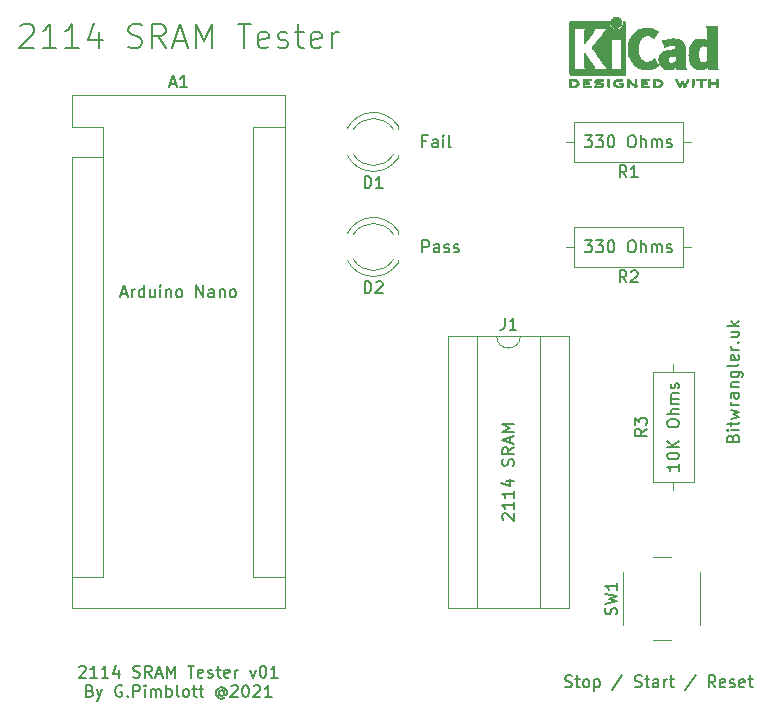
<source format=gbr>
%TF.GenerationSoftware,KiCad,Pcbnew,(5.1.10)-1*%
%TF.CreationDate,2021-07-06T22:39:24+01:00*%
%TF.ProjectId,2114_sram_tester,32313134-5f73-4726-916d-5f7465737465,rev?*%
%TF.SameCoordinates,Original*%
%TF.FileFunction,Legend,Top*%
%TF.FilePolarity,Positive*%
%FSLAX46Y46*%
G04 Gerber Fmt 4.6, Leading zero omitted, Abs format (unit mm)*
G04 Created by KiCad (PCBNEW (5.1.10)-1) date 2021-07-06 22:39:24*
%MOMM*%
%LPD*%
G01*
G04 APERTURE LIST*
%ADD10C,0.150000*%
%ADD11C,0.010000*%
%ADD12C,0.120000*%
G04 APERTURE END LIST*
D10*
X149042380Y-89479047D02*
X149042380Y-90050476D01*
X149042380Y-89764761D02*
X148042380Y-89764761D01*
X148185238Y-89860000D01*
X148280476Y-89955238D01*
X148328095Y-90050476D01*
X148042380Y-88860000D02*
X148042380Y-88764761D01*
X148090000Y-88669523D01*
X148137619Y-88621904D01*
X148232857Y-88574285D01*
X148423333Y-88526666D01*
X148661428Y-88526666D01*
X148851904Y-88574285D01*
X148947142Y-88621904D01*
X148994761Y-88669523D01*
X149042380Y-88764761D01*
X149042380Y-88860000D01*
X148994761Y-88955238D01*
X148947142Y-89002857D01*
X148851904Y-89050476D01*
X148661428Y-89098095D01*
X148423333Y-89098095D01*
X148232857Y-89050476D01*
X148137619Y-89002857D01*
X148090000Y-88955238D01*
X148042380Y-88860000D01*
X149042380Y-88098095D02*
X148042380Y-88098095D01*
X149042380Y-87526666D02*
X148470952Y-87955238D01*
X148042380Y-87526666D02*
X148613809Y-88098095D01*
X148042380Y-86145714D02*
X148042380Y-85955238D01*
X148090000Y-85860000D01*
X148185238Y-85764761D01*
X148375714Y-85717142D01*
X148709047Y-85717142D01*
X148899523Y-85764761D01*
X148994761Y-85860000D01*
X149042380Y-85955238D01*
X149042380Y-86145714D01*
X148994761Y-86240952D01*
X148899523Y-86336190D01*
X148709047Y-86383809D01*
X148375714Y-86383809D01*
X148185238Y-86336190D01*
X148090000Y-86240952D01*
X148042380Y-86145714D01*
X149042380Y-85288571D02*
X148042380Y-85288571D01*
X149042380Y-84860000D02*
X148518571Y-84860000D01*
X148423333Y-84907619D01*
X148375714Y-85002857D01*
X148375714Y-85145714D01*
X148423333Y-85240952D01*
X148470952Y-85288571D01*
X149042380Y-84383809D02*
X148375714Y-84383809D01*
X148470952Y-84383809D02*
X148423333Y-84336190D01*
X148375714Y-84240952D01*
X148375714Y-84098095D01*
X148423333Y-84002857D01*
X148518571Y-83955238D01*
X149042380Y-83955238D01*
X148518571Y-83955238D02*
X148423333Y-83907619D01*
X148375714Y-83812380D01*
X148375714Y-83669523D01*
X148423333Y-83574285D01*
X148518571Y-83526666D01*
X149042380Y-83526666D01*
X148994761Y-83098095D02*
X149042380Y-83002857D01*
X149042380Y-82812380D01*
X148994761Y-82717142D01*
X148899523Y-82669523D01*
X148851904Y-82669523D01*
X148756666Y-82717142D01*
X148709047Y-82812380D01*
X148709047Y-82955238D01*
X148661428Y-83050476D01*
X148566190Y-83098095D01*
X148518571Y-83098095D01*
X148423333Y-83050476D01*
X148375714Y-82955238D01*
X148375714Y-82812380D01*
X148423333Y-82717142D01*
X139415238Y-108354761D02*
X139558095Y-108402380D01*
X139796190Y-108402380D01*
X139891428Y-108354761D01*
X139939047Y-108307142D01*
X139986666Y-108211904D01*
X139986666Y-108116666D01*
X139939047Y-108021428D01*
X139891428Y-107973809D01*
X139796190Y-107926190D01*
X139605714Y-107878571D01*
X139510476Y-107830952D01*
X139462857Y-107783333D01*
X139415238Y-107688095D01*
X139415238Y-107592857D01*
X139462857Y-107497619D01*
X139510476Y-107450000D01*
X139605714Y-107402380D01*
X139843809Y-107402380D01*
X139986666Y-107450000D01*
X140272380Y-107735714D02*
X140653333Y-107735714D01*
X140415238Y-107402380D02*
X140415238Y-108259523D01*
X140462857Y-108354761D01*
X140558095Y-108402380D01*
X140653333Y-108402380D01*
X141129523Y-108402380D02*
X141034285Y-108354761D01*
X140986666Y-108307142D01*
X140939047Y-108211904D01*
X140939047Y-107926190D01*
X140986666Y-107830952D01*
X141034285Y-107783333D01*
X141129523Y-107735714D01*
X141272380Y-107735714D01*
X141367619Y-107783333D01*
X141415238Y-107830952D01*
X141462857Y-107926190D01*
X141462857Y-108211904D01*
X141415238Y-108307142D01*
X141367619Y-108354761D01*
X141272380Y-108402380D01*
X141129523Y-108402380D01*
X141891428Y-107735714D02*
X141891428Y-108735714D01*
X141891428Y-107783333D02*
X141986666Y-107735714D01*
X142177142Y-107735714D01*
X142272380Y-107783333D01*
X142320000Y-107830952D01*
X142367619Y-107926190D01*
X142367619Y-108211904D01*
X142320000Y-108307142D01*
X142272380Y-108354761D01*
X142177142Y-108402380D01*
X141986666Y-108402380D01*
X141891428Y-108354761D01*
X144272380Y-107354761D02*
X143415238Y-108640476D01*
X145320000Y-108354761D02*
X145462857Y-108402380D01*
X145700952Y-108402380D01*
X145796190Y-108354761D01*
X145843809Y-108307142D01*
X145891428Y-108211904D01*
X145891428Y-108116666D01*
X145843809Y-108021428D01*
X145796190Y-107973809D01*
X145700952Y-107926190D01*
X145510476Y-107878571D01*
X145415238Y-107830952D01*
X145367619Y-107783333D01*
X145320000Y-107688095D01*
X145320000Y-107592857D01*
X145367619Y-107497619D01*
X145415238Y-107450000D01*
X145510476Y-107402380D01*
X145748571Y-107402380D01*
X145891428Y-107450000D01*
X146177142Y-107735714D02*
X146558095Y-107735714D01*
X146320000Y-107402380D02*
X146320000Y-108259523D01*
X146367619Y-108354761D01*
X146462857Y-108402380D01*
X146558095Y-108402380D01*
X147320000Y-108402380D02*
X147320000Y-107878571D01*
X147272380Y-107783333D01*
X147177142Y-107735714D01*
X146986666Y-107735714D01*
X146891428Y-107783333D01*
X147320000Y-108354761D02*
X147224761Y-108402380D01*
X146986666Y-108402380D01*
X146891428Y-108354761D01*
X146843809Y-108259523D01*
X146843809Y-108164285D01*
X146891428Y-108069047D01*
X146986666Y-108021428D01*
X147224761Y-108021428D01*
X147320000Y-107973809D01*
X147796190Y-108402380D02*
X147796190Y-107735714D01*
X147796190Y-107926190D02*
X147843809Y-107830952D01*
X147891428Y-107783333D01*
X147986666Y-107735714D01*
X148081904Y-107735714D01*
X148272380Y-107735714D02*
X148653333Y-107735714D01*
X148415238Y-107402380D02*
X148415238Y-108259523D01*
X148462857Y-108354761D01*
X148558095Y-108402380D01*
X148653333Y-108402380D01*
X150462857Y-107354761D02*
X149605714Y-108640476D01*
X152129523Y-108402380D02*
X151796190Y-107926190D01*
X151558095Y-108402380D02*
X151558095Y-107402380D01*
X151939047Y-107402380D01*
X152034285Y-107450000D01*
X152081904Y-107497619D01*
X152129523Y-107592857D01*
X152129523Y-107735714D01*
X152081904Y-107830952D01*
X152034285Y-107878571D01*
X151939047Y-107926190D01*
X151558095Y-107926190D01*
X152939047Y-108354761D02*
X152843809Y-108402380D01*
X152653333Y-108402380D01*
X152558095Y-108354761D01*
X152510476Y-108259523D01*
X152510476Y-107878571D01*
X152558095Y-107783333D01*
X152653333Y-107735714D01*
X152843809Y-107735714D01*
X152939047Y-107783333D01*
X152986666Y-107878571D01*
X152986666Y-107973809D01*
X152510476Y-108069047D01*
X153367619Y-108354761D02*
X153462857Y-108402380D01*
X153653333Y-108402380D01*
X153748571Y-108354761D01*
X153796190Y-108259523D01*
X153796190Y-108211904D01*
X153748571Y-108116666D01*
X153653333Y-108069047D01*
X153510476Y-108069047D01*
X153415238Y-108021428D01*
X153367619Y-107926190D01*
X153367619Y-107878571D01*
X153415238Y-107783333D01*
X153510476Y-107735714D01*
X153653333Y-107735714D01*
X153748571Y-107783333D01*
X154605714Y-108354761D02*
X154510476Y-108402380D01*
X154320000Y-108402380D01*
X154224761Y-108354761D01*
X154177142Y-108259523D01*
X154177142Y-107878571D01*
X154224761Y-107783333D01*
X154320000Y-107735714D01*
X154510476Y-107735714D01*
X154605714Y-107783333D01*
X154653333Y-107878571D01*
X154653333Y-107973809D01*
X154177142Y-108069047D01*
X154939047Y-107735714D02*
X155320000Y-107735714D01*
X155081904Y-107402380D02*
X155081904Y-108259523D01*
X155129523Y-108354761D01*
X155224761Y-108402380D01*
X155320000Y-108402380D01*
X134167619Y-94241428D02*
X134120000Y-94193809D01*
X134072380Y-94098571D01*
X134072380Y-93860476D01*
X134120000Y-93765238D01*
X134167619Y-93717619D01*
X134262857Y-93670000D01*
X134358095Y-93670000D01*
X134500952Y-93717619D01*
X135072380Y-94289047D01*
X135072380Y-93670000D01*
X135072380Y-92717619D02*
X135072380Y-93289047D01*
X135072380Y-93003333D02*
X134072380Y-93003333D01*
X134215238Y-93098571D01*
X134310476Y-93193809D01*
X134358095Y-93289047D01*
X135072380Y-91765238D02*
X135072380Y-92336666D01*
X135072380Y-92050952D02*
X134072380Y-92050952D01*
X134215238Y-92146190D01*
X134310476Y-92241428D01*
X134358095Y-92336666D01*
X134405714Y-90908095D02*
X135072380Y-90908095D01*
X134024761Y-91146190D02*
X134739047Y-91384285D01*
X134739047Y-90765238D01*
X135024761Y-89670000D02*
X135072380Y-89527142D01*
X135072380Y-89289047D01*
X135024761Y-89193809D01*
X134977142Y-89146190D01*
X134881904Y-89098571D01*
X134786666Y-89098571D01*
X134691428Y-89146190D01*
X134643809Y-89193809D01*
X134596190Y-89289047D01*
X134548571Y-89479523D01*
X134500952Y-89574761D01*
X134453333Y-89622380D01*
X134358095Y-89670000D01*
X134262857Y-89670000D01*
X134167619Y-89622380D01*
X134120000Y-89574761D01*
X134072380Y-89479523D01*
X134072380Y-89241428D01*
X134120000Y-89098571D01*
X135072380Y-88098571D02*
X134596190Y-88431904D01*
X135072380Y-88670000D02*
X134072380Y-88670000D01*
X134072380Y-88289047D01*
X134120000Y-88193809D01*
X134167619Y-88146190D01*
X134262857Y-88098571D01*
X134405714Y-88098571D01*
X134500952Y-88146190D01*
X134548571Y-88193809D01*
X134596190Y-88289047D01*
X134596190Y-88670000D01*
X134786666Y-87717619D02*
X134786666Y-87241428D01*
X135072380Y-87812857D02*
X134072380Y-87479523D01*
X135072380Y-87146190D01*
X135072380Y-86812857D02*
X134072380Y-86812857D01*
X134786666Y-86479523D01*
X134072380Y-86146190D01*
X135072380Y-86146190D01*
X101822857Y-75096666D02*
X102299047Y-75096666D01*
X101727619Y-75382380D02*
X102060952Y-74382380D01*
X102394285Y-75382380D01*
X102727619Y-75382380D02*
X102727619Y-74715714D01*
X102727619Y-74906190D02*
X102775238Y-74810952D01*
X102822857Y-74763333D01*
X102918095Y-74715714D01*
X103013333Y-74715714D01*
X103775238Y-75382380D02*
X103775238Y-74382380D01*
X103775238Y-75334761D02*
X103680000Y-75382380D01*
X103489523Y-75382380D01*
X103394285Y-75334761D01*
X103346666Y-75287142D01*
X103299047Y-75191904D01*
X103299047Y-74906190D01*
X103346666Y-74810952D01*
X103394285Y-74763333D01*
X103489523Y-74715714D01*
X103680000Y-74715714D01*
X103775238Y-74763333D01*
X104680000Y-74715714D02*
X104680000Y-75382380D01*
X104251428Y-74715714D02*
X104251428Y-75239523D01*
X104299047Y-75334761D01*
X104394285Y-75382380D01*
X104537142Y-75382380D01*
X104632380Y-75334761D01*
X104680000Y-75287142D01*
X105156190Y-75382380D02*
X105156190Y-74715714D01*
X105156190Y-74382380D02*
X105108571Y-74430000D01*
X105156190Y-74477619D01*
X105203809Y-74430000D01*
X105156190Y-74382380D01*
X105156190Y-74477619D01*
X105632380Y-74715714D02*
X105632380Y-75382380D01*
X105632380Y-74810952D02*
X105680000Y-74763333D01*
X105775238Y-74715714D01*
X105918095Y-74715714D01*
X106013333Y-74763333D01*
X106060952Y-74858571D01*
X106060952Y-75382380D01*
X106680000Y-75382380D02*
X106584761Y-75334761D01*
X106537142Y-75287142D01*
X106489523Y-75191904D01*
X106489523Y-74906190D01*
X106537142Y-74810952D01*
X106584761Y-74763333D01*
X106680000Y-74715714D01*
X106822857Y-74715714D01*
X106918095Y-74763333D01*
X106965714Y-74810952D01*
X107013333Y-74906190D01*
X107013333Y-75191904D01*
X106965714Y-75287142D01*
X106918095Y-75334761D01*
X106822857Y-75382380D01*
X106680000Y-75382380D01*
X108203809Y-75382380D02*
X108203809Y-74382380D01*
X108775238Y-75382380D01*
X108775238Y-74382380D01*
X109680000Y-75382380D02*
X109680000Y-74858571D01*
X109632380Y-74763333D01*
X109537142Y-74715714D01*
X109346666Y-74715714D01*
X109251428Y-74763333D01*
X109680000Y-75334761D02*
X109584761Y-75382380D01*
X109346666Y-75382380D01*
X109251428Y-75334761D01*
X109203809Y-75239523D01*
X109203809Y-75144285D01*
X109251428Y-75049047D01*
X109346666Y-75001428D01*
X109584761Y-75001428D01*
X109680000Y-74953809D01*
X110156190Y-74715714D02*
X110156190Y-75382380D01*
X110156190Y-74810952D02*
X110203809Y-74763333D01*
X110299047Y-74715714D01*
X110441904Y-74715714D01*
X110537142Y-74763333D01*
X110584761Y-74858571D01*
X110584761Y-75382380D01*
X111203809Y-75382380D02*
X111108571Y-75334761D01*
X111060952Y-75287142D01*
X111013333Y-75191904D01*
X111013333Y-74906190D01*
X111060952Y-74810952D01*
X111108571Y-74763333D01*
X111203809Y-74715714D01*
X111346666Y-74715714D01*
X111441904Y-74763333D01*
X111489523Y-74810952D01*
X111537142Y-74906190D01*
X111537142Y-75191904D01*
X111489523Y-75287142D01*
X111441904Y-75334761D01*
X111346666Y-75382380D01*
X111203809Y-75382380D01*
X141065714Y-61682380D02*
X141684761Y-61682380D01*
X141351428Y-62063333D01*
X141494285Y-62063333D01*
X141589523Y-62110952D01*
X141637142Y-62158571D01*
X141684761Y-62253809D01*
X141684761Y-62491904D01*
X141637142Y-62587142D01*
X141589523Y-62634761D01*
X141494285Y-62682380D01*
X141208571Y-62682380D01*
X141113333Y-62634761D01*
X141065714Y-62587142D01*
X142018095Y-61682380D02*
X142637142Y-61682380D01*
X142303809Y-62063333D01*
X142446666Y-62063333D01*
X142541904Y-62110952D01*
X142589523Y-62158571D01*
X142637142Y-62253809D01*
X142637142Y-62491904D01*
X142589523Y-62587142D01*
X142541904Y-62634761D01*
X142446666Y-62682380D01*
X142160952Y-62682380D01*
X142065714Y-62634761D01*
X142018095Y-62587142D01*
X143256190Y-61682380D02*
X143351428Y-61682380D01*
X143446666Y-61730000D01*
X143494285Y-61777619D01*
X143541904Y-61872857D01*
X143589523Y-62063333D01*
X143589523Y-62301428D01*
X143541904Y-62491904D01*
X143494285Y-62587142D01*
X143446666Y-62634761D01*
X143351428Y-62682380D01*
X143256190Y-62682380D01*
X143160952Y-62634761D01*
X143113333Y-62587142D01*
X143065714Y-62491904D01*
X143018095Y-62301428D01*
X143018095Y-62063333D01*
X143065714Y-61872857D01*
X143113333Y-61777619D01*
X143160952Y-61730000D01*
X143256190Y-61682380D01*
X144970476Y-61682380D02*
X145160952Y-61682380D01*
X145256190Y-61730000D01*
X145351428Y-61825238D01*
X145399047Y-62015714D01*
X145399047Y-62349047D01*
X145351428Y-62539523D01*
X145256190Y-62634761D01*
X145160952Y-62682380D01*
X144970476Y-62682380D01*
X144875238Y-62634761D01*
X144780000Y-62539523D01*
X144732380Y-62349047D01*
X144732380Y-62015714D01*
X144780000Y-61825238D01*
X144875238Y-61730000D01*
X144970476Y-61682380D01*
X145827619Y-62682380D02*
X145827619Y-61682380D01*
X146256190Y-62682380D02*
X146256190Y-62158571D01*
X146208571Y-62063333D01*
X146113333Y-62015714D01*
X145970476Y-62015714D01*
X145875238Y-62063333D01*
X145827619Y-62110952D01*
X146732380Y-62682380D02*
X146732380Y-62015714D01*
X146732380Y-62110952D02*
X146780000Y-62063333D01*
X146875238Y-62015714D01*
X147018095Y-62015714D01*
X147113333Y-62063333D01*
X147160952Y-62158571D01*
X147160952Y-62682380D01*
X147160952Y-62158571D02*
X147208571Y-62063333D01*
X147303809Y-62015714D01*
X147446666Y-62015714D01*
X147541904Y-62063333D01*
X147589523Y-62158571D01*
X147589523Y-62682380D01*
X148018095Y-62634761D02*
X148113333Y-62682380D01*
X148303809Y-62682380D01*
X148399047Y-62634761D01*
X148446666Y-62539523D01*
X148446666Y-62491904D01*
X148399047Y-62396666D01*
X148303809Y-62349047D01*
X148160952Y-62349047D01*
X148065714Y-62301428D01*
X148018095Y-62206190D01*
X148018095Y-62158571D01*
X148065714Y-62063333D01*
X148160952Y-62015714D01*
X148303809Y-62015714D01*
X148399047Y-62063333D01*
X141065714Y-70572380D02*
X141684761Y-70572380D01*
X141351428Y-70953333D01*
X141494285Y-70953333D01*
X141589523Y-71000952D01*
X141637142Y-71048571D01*
X141684761Y-71143809D01*
X141684761Y-71381904D01*
X141637142Y-71477142D01*
X141589523Y-71524761D01*
X141494285Y-71572380D01*
X141208571Y-71572380D01*
X141113333Y-71524761D01*
X141065714Y-71477142D01*
X142018095Y-70572380D02*
X142637142Y-70572380D01*
X142303809Y-70953333D01*
X142446666Y-70953333D01*
X142541904Y-71000952D01*
X142589523Y-71048571D01*
X142637142Y-71143809D01*
X142637142Y-71381904D01*
X142589523Y-71477142D01*
X142541904Y-71524761D01*
X142446666Y-71572380D01*
X142160952Y-71572380D01*
X142065714Y-71524761D01*
X142018095Y-71477142D01*
X143256190Y-70572380D02*
X143351428Y-70572380D01*
X143446666Y-70620000D01*
X143494285Y-70667619D01*
X143541904Y-70762857D01*
X143589523Y-70953333D01*
X143589523Y-71191428D01*
X143541904Y-71381904D01*
X143494285Y-71477142D01*
X143446666Y-71524761D01*
X143351428Y-71572380D01*
X143256190Y-71572380D01*
X143160952Y-71524761D01*
X143113333Y-71477142D01*
X143065714Y-71381904D01*
X143018095Y-71191428D01*
X143018095Y-70953333D01*
X143065714Y-70762857D01*
X143113333Y-70667619D01*
X143160952Y-70620000D01*
X143256190Y-70572380D01*
X144970476Y-70572380D02*
X145160952Y-70572380D01*
X145256190Y-70620000D01*
X145351428Y-70715238D01*
X145399047Y-70905714D01*
X145399047Y-71239047D01*
X145351428Y-71429523D01*
X145256190Y-71524761D01*
X145160952Y-71572380D01*
X144970476Y-71572380D01*
X144875238Y-71524761D01*
X144780000Y-71429523D01*
X144732380Y-71239047D01*
X144732380Y-70905714D01*
X144780000Y-70715238D01*
X144875238Y-70620000D01*
X144970476Y-70572380D01*
X145827619Y-71572380D02*
X145827619Y-70572380D01*
X146256190Y-71572380D02*
X146256190Y-71048571D01*
X146208571Y-70953333D01*
X146113333Y-70905714D01*
X145970476Y-70905714D01*
X145875238Y-70953333D01*
X145827619Y-71000952D01*
X146732380Y-71572380D02*
X146732380Y-70905714D01*
X146732380Y-71000952D02*
X146780000Y-70953333D01*
X146875238Y-70905714D01*
X147018095Y-70905714D01*
X147113333Y-70953333D01*
X147160952Y-71048571D01*
X147160952Y-71572380D01*
X147160952Y-71048571D02*
X147208571Y-70953333D01*
X147303809Y-70905714D01*
X147446666Y-70905714D01*
X147541904Y-70953333D01*
X147589523Y-71048571D01*
X147589523Y-71572380D01*
X148018095Y-71524761D02*
X148113333Y-71572380D01*
X148303809Y-71572380D01*
X148399047Y-71524761D01*
X148446666Y-71429523D01*
X148446666Y-71381904D01*
X148399047Y-71286666D01*
X148303809Y-71239047D01*
X148160952Y-71239047D01*
X148065714Y-71191428D01*
X148018095Y-71096190D01*
X148018095Y-71048571D01*
X148065714Y-70953333D01*
X148160952Y-70905714D01*
X148303809Y-70905714D01*
X148399047Y-70953333D01*
X127335595Y-71572380D02*
X127335595Y-70572380D01*
X127716547Y-70572380D01*
X127811785Y-70620000D01*
X127859404Y-70667619D01*
X127907023Y-70762857D01*
X127907023Y-70905714D01*
X127859404Y-71000952D01*
X127811785Y-71048571D01*
X127716547Y-71096190D01*
X127335595Y-71096190D01*
X128764166Y-71572380D02*
X128764166Y-71048571D01*
X128716547Y-70953333D01*
X128621309Y-70905714D01*
X128430833Y-70905714D01*
X128335595Y-70953333D01*
X128764166Y-71524761D02*
X128668928Y-71572380D01*
X128430833Y-71572380D01*
X128335595Y-71524761D01*
X128287976Y-71429523D01*
X128287976Y-71334285D01*
X128335595Y-71239047D01*
X128430833Y-71191428D01*
X128668928Y-71191428D01*
X128764166Y-71143809D01*
X129192738Y-71524761D02*
X129287976Y-71572380D01*
X129478452Y-71572380D01*
X129573690Y-71524761D01*
X129621309Y-71429523D01*
X129621309Y-71381904D01*
X129573690Y-71286666D01*
X129478452Y-71239047D01*
X129335595Y-71239047D01*
X129240357Y-71191428D01*
X129192738Y-71096190D01*
X129192738Y-71048571D01*
X129240357Y-70953333D01*
X129335595Y-70905714D01*
X129478452Y-70905714D01*
X129573690Y-70953333D01*
X130002261Y-71524761D02*
X130097500Y-71572380D01*
X130287976Y-71572380D01*
X130383214Y-71524761D01*
X130430833Y-71429523D01*
X130430833Y-71381904D01*
X130383214Y-71286666D01*
X130287976Y-71239047D01*
X130145119Y-71239047D01*
X130049880Y-71191428D01*
X130002261Y-71096190D01*
X130002261Y-71048571D01*
X130049880Y-70953333D01*
X130145119Y-70905714D01*
X130287976Y-70905714D01*
X130383214Y-70953333D01*
X127668928Y-62158571D02*
X127335595Y-62158571D01*
X127335595Y-62682380D02*
X127335595Y-61682380D01*
X127811785Y-61682380D01*
X128621309Y-62682380D02*
X128621309Y-62158571D01*
X128573690Y-62063333D01*
X128478452Y-62015714D01*
X128287976Y-62015714D01*
X128192738Y-62063333D01*
X128621309Y-62634761D02*
X128526071Y-62682380D01*
X128287976Y-62682380D01*
X128192738Y-62634761D01*
X128145119Y-62539523D01*
X128145119Y-62444285D01*
X128192738Y-62349047D01*
X128287976Y-62301428D01*
X128526071Y-62301428D01*
X128621309Y-62253809D01*
X129097500Y-62682380D02*
X129097500Y-62015714D01*
X129097500Y-61682380D02*
X129049880Y-61730000D01*
X129097500Y-61777619D01*
X129145119Y-61730000D01*
X129097500Y-61682380D01*
X129097500Y-61777619D01*
X129716547Y-62682380D02*
X129621309Y-62634761D01*
X129573690Y-62539523D01*
X129573690Y-61682380D01*
X153598571Y-87288095D02*
X153646190Y-87145238D01*
X153693809Y-87097619D01*
X153789047Y-87050000D01*
X153931904Y-87050000D01*
X154027142Y-87097619D01*
X154074761Y-87145238D01*
X154122380Y-87240476D01*
X154122380Y-87621428D01*
X153122380Y-87621428D01*
X153122380Y-87288095D01*
X153170000Y-87192857D01*
X153217619Y-87145238D01*
X153312857Y-87097619D01*
X153408095Y-87097619D01*
X153503333Y-87145238D01*
X153550952Y-87192857D01*
X153598571Y-87288095D01*
X153598571Y-87621428D01*
X154122380Y-86621428D02*
X153455714Y-86621428D01*
X153122380Y-86621428D02*
X153170000Y-86669047D01*
X153217619Y-86621428D01*
X153170000Y-86573809D01*
X153122380Y-86621428D01*
X153217619Y-86621428D01*
X153455714Y-86288095D02*
X153455714Y-85907142D01*
X153122380Y-86145238D02*
X153979523Y-86145238D01*
X154074761Y-86097619D01*
X154122380Y-86002380D01*
X154122380Y-85907142D01*
X153455714Y-85669047D02*
X154122380Y-85478571D01*
X153646190Y-85288095D01*
X154122380Y-85097619D01*
X153455714Y-84907142D01*
X154122380Y-84526190D02*
X153455714Y-84526190D01*
X153646190Y-84526190D02*
X153550952Y-84478571D01*
X153503333Y-84430952D01*
X153455714Y-84335714D01*
X153455714Y-84240476D01*
X154122380Y-83478571D02*
X153598571Y-83478571D01*
X153503333Y-83526190D01*
X153455714Y-83621428D01*
X153455714Y-83811904D01*
X153503333Y-83907142D01*
X154074761Y-83478571D02*
X154122380Y-83573809D01*
X154122380Y-83811904D01*
X154074761Y-83907142D01*
X153979523Y-83954761D01*
X153884285Y-83954761D01*
X153789047Y-83907142D01*
X153741428Y-83811904D01*
X153741428Y-83573809D01*
X153693809Y-83478571D01*
X153455714Y-83002380D02*
X154122380Y-83002380D01*
X153550952Y-83002380D02*
X153503333Y-82954761D01*
X153455714Y-82859523D01*
X153455714Y-82716666D01*
X153503333Y-82621428D01*
X153598571Y-82573809D01*
X154122380Y-82573809D01*
X153455714Y-81669047D02*
X154265238Y-81669047D01*
X154360476Y-81716666D01*
X154408095Y-81764285D01*
X154455714Y-81859523D01*
X154455714Y-82002380D01*
X154408095Y-82097619D01*
X154074761Y-81669047D02*
X154122380Y-81764285D01*
X154122380Y-81954761D01*
X154074761Y-82050000D01*
X154027142Y-82097619D01*
X153931904Y-82145238D01*
X153646190Y-82145238D01*
X153550952Y-82097619D01*
X153503333Y-82050000D01*
X153455714Y-81954761D01*
X153455714Y-81764285D01*
X153503333Y-81669047D01*
X154122380Y-81050000D02*
X154074761Y-81145238D01*
X153979523Y-81192857D01*
X153122380Y-81192857D01*
X154074761Y-80288095D02*
X154122380Y-80383333D01*
X154122380Y-80573809D01*
X154074761Y-80669047D01*
X153979523Y-80716666D01*
X153598571Y-80716666D01*
X153503333Y-80669047D01*
X153455714Y-80573809D01*
X153455714Y-80383333D01*
X153503333Y-80288095D01*
X153598571Y-80240476D01*
X153693809Y-80240476D01*
X153789047Y-80716666D01*
X154122380Y-79811904D02*
X153455714Y-79811904D01*
X153646190Y-79811904D02*
X153550952Y-79764285D01*
X153503333Y-79716666D01*
X153455714Y-79621428D01*
X153455714Y-79526190D01*
X154027142Y-79192857D02*
X154074761Y-79145238D01*
X154122380Y-79192857D01*
X154074761Y-79240476D01*
X154027142Y-79192857D01*
X154122380Y-79192857D01*
X153455714Y-78288095D02*
X154122380Y-78288095D01*
X153455714Y-78716666D02*
X153979523Y-78716666D01*
X154074761Y-78669047D01*
X154122380Y-78573809D01*
X154122380Y-78430952D01*
X154074761Y-78335714D01*
X154027142Y-78288095D01*
X154122380Y-77811904D02*
X153122380Y-77811904D01*
X153741428Y-77716666D02*
X154122380Y-77430952D01*
X153455714Y-77430952D02*
X153836666Y-77811904D01*
X93299047Y-52435238D02*
X93394285Y-52340000D01*
X93584761Y-52244761D01*
X94060952Y-52244761D01*
X94251428Y-52340000D01*
X94346666Y-52435238D01*
X94441904Y-52625714D01*
X94441904Y-52816190D01*
X94346666Y-53101904D01*
X93203809Y-54244761D01*
X94441904Y-54244761D01*
X96346666Y-54244761D02*
X95203809Y-54244761D01*
X95775238Y-54244761D02*
X95775238Y-52244761D01*
X95584761Y-52530476D01*
X95394285Y-52720952D01*
X95203809Y-52816190D01*
X98251428Y-54244761D02*
X97108571Y-54244761D01*
X97680000Y-54244761D02*
X97680000Y-52244761D01*
X97489523Y-52530476D01*
X97299047Y-52720952D01*
X97108571Y-52816190D01*
X99965714Y-52911428D02*
X99965714Y-54244761D01*
X99489523Y-52149523D02*
X99013333Y-53578095D01*
X100251428Y-53578095D01*
X102441904Y-54149523D02*
X102727619Y-54244761D01*
X103203809Y-54244761D01*
X103394285Y-54149523D01*
X103489523Y-54054285D01*
X103584761Y-53863809D01*
X103584761Y-53673333D01*
X103489523Y-53482857D01*
X103394285Y-53387619D01*
X103203809Y-53292380D01*
X102822857Y-53197142D01*
X102632380Y-53101904D01*
X102537142Y-53006666D01*
X102441904Y-52816190D01*
X102441904Y-52625714D01*
X102537142Y-52435238D01*
X102632380Y-52340000D01*
X102822857Y-52244761D01*
X103299047Y-52244761D01*
X103584761Y-52340000D01*
X105584761Y-54244761D02*
X104918095Y-53292380D01*
X104441904Y-54244761D02*
X104441904Y-52244761D01*
X105203809Y-52244761D01*
X105394285Y-52340000D01*
X105489523Y-52435238D01*
X105584761Y-52625714D01*
X105584761Y-52911428D01*
X105489523Y-53101904D01*
X105394285Y-53197142D01*
X105203809Y-53292380D01*
X104441904Y-53292380D01*
X106346666Y-53673333D02*
X107299047Y-53673333D01*
X106156190Y-54244761D02*
X106822857Y-52244761D01*
X107489523Y-54244761D01*
X108156190Y-54244761D02*
X108156190Y-52244761D01*
X108822857Y-53673333D01*
X109489523Y-52244761D01*
X109489523Y-54244761D01*
X111680000Y-52244761D02*
X112822857Y-52244761D01*
X112251428Y-54244761D02*
X112251428Y-52244761D01*
X114251428Y-54149523D02*
X114060952Y-54244761D01*
X113680000Y-54244761D01*
X113489523Y-54149523D01*
X113394285Y-53959047D01*
X113394285Y-53197142D01*
X113489523Y-53006666D01*
X113680000Y-52911428D01*
X114060952Y-52911428D01*
X114251428Y-53006666D01*
X114346666Y-53197142D01*
X114346666Y-53387619D01*
X113394285Y-53578095D01*
X115108571Y-54149523D02*
X115299047Y-54244761D01*
X115680000Y-54244761D01*
X115870476Y-54149523D01*
X115965714Y-53959047D01*
X115965714Y-53863809D01*
X115870476Y-53673333D01*
X115680000Y-53578095D01*
X115394285Y-53578095D01*
X115203809Y-53482857D01*
X115108571Y-53292380D01*
X115108571Y-53197142D01*
X115203809Y-53006666D01*
X115394285Y-52911428D01*
X115680000Y-52911428D01*
X115870476Y-53006666D01*
X116537142Y-52911428D02*
X117299047Y-52911428D01*
X116822857Y-52244761D02*
X116822857Y-53959047D01*
X116918095Y-54149523D01*
X117108571Y-54244761D01*
X117299047Y-54244761D01*
X118727619Y-54149523D02*
X118537142Y-54244761D01*
X118156190Y-54244761D01*
X117965714Y-54149523D01*
X117870476Y-53959047D01*
X117870476Y-53197142D01*
X117965714Y-53006666D01*
X118156190Y-52911428D01*
X118537142Y-52911428D01*
X118727619Y-53006666D01*
X118822857Y-53197142D01*
X118822857Y-53387619D01*
X117870476Y-53578095D01*
X119680000Y-54244761D02*
X119680000Y-52911428D01*
X119680000Y-53292380D02*
X119775238Y-53101904D01*
X119870476Y-53006666D01*
X120060952Y-52911428D01*
X120251428Y-52911428D01*
X98275238Y-106672619D02*
X98322857Y-106625000D01*
X98418095Y-106577380D01*
X98656190Y-106577380D01*
X98751428Y-106625000D01*
X98799047Y-106672619D01*
X98846666Y-106767857D01*
X98846666Y-106863095D01*
X98799047Y-107005952D01*
X98227619Y-107577380D01*
X98846666Y-107577380D01*
X99799047Y-107577380D02*
X99227619Y-107577380D01*
X99513333Y-107577380D02*
X99513333Y-106577380D01*
X99418095Y-106720238D01*
X99322857Y-106815476D01*
X99227619Y-106863095D01*
X100751428Y-107577380D02*
X100180000Y-107577380D01*
X100465714Y-107577380D02*
X100465714Y-106577380D01*
X100370476Y-106720238D01*
X100275238Y-106815476D01*
X100180000Y-106863095D01*
X101608571Y-106910714D02*
X101608571Y-107577380D01*
X101370476Y-106529761D02*
X101132380Y-107244047D01*
X101751428Y-107244047D01*
X102846666Y-107529761D02*
X102989523Y-107577380D01*
X103227619Y-107577380D01*
X103322857Y-107529761D01*
X103370476Y-107482142D01*
X103418095Y-107386904D01*
X103418095Y-107291666D01*
X103370476Y-107196428D01*
X103322857Y-107148809D01*
X103227619Y-107101190D01*
X103037142Y-107053571D01*
X102941904Y-107005952D01*
X102894285Y-106958333D01*
X102846666Y-106863095D01*
X102846666Y-106767857D01*
X102894285Y-106672619D01*
X102941904Y-106625000D01*
X103037142Y-106577380D01*
X103275238Y-106577380D01*
X103418095Y-106625000D01*
X104418095Y-107577380D02*
X104084761Y-107101190D01*
X103846666Y-107577380D02*
X103846666Y-106577380D01*
X104227619Y-106577380D01*
X104322857Y-106625000D01*
X104370476Y-106672619D01*
X104418095Y-106767857D01*
X104418095Y-106910714D01*
X104370476Y-107005952D01*
X104322857Y-107053571D01*
X104227619Y-107101190D01*
X103846666Y-107101190D01*
X104799047Y-107291666D02*
X105275238Y-107291666D01*
X104703809Y-107577380D02*
X105037142Y-106577380D01*
X105370476Y-107577380D01*
X105703809Y-107577380D02*
X105703809Y-106577380D01*
X106037142Y-107291666D01*
X106370476Y-106577380D01*
X106370476Y-107577380D01*
X107465714Y-106577380D02*
X108037142Y-106577380D01*
X107751428Y-107577380D02*
X107751428Y-106577380D01*
X108751428Y-107529761D02*
X108656190Y-107577380D01*
X108465714Y-107577380D01*
X108370476Y-107529761D01*
X108322857Y-107434523D01*
X108322857Y-107053571D01*
X108370476Y-106958333D01*
X108465714Y-106910714D01*
X108656190Y-106910714D01*
X108751428Y-106958333D01*
X108799047Y-107053571D01*
X108799047Y-107148809D01*
X108322857Y-107244047D01*
X109180000Y-107529761D02*
X109275238Y-107577380D01*
X109465714Y-107577380D01*
X109560952Y-107529761D01*
X109608571Y-107434523D01*
X109608571Y-107386904D01*
X109560952Y-107291666D01*
X109465714Y-107244047D01*
X109322857Y-107244047D01*
X109227619Y-107196428D01*
X109180000Y-107101190D01*
X109180000Y-107053571D01*
X109227619Y-106958333D01*
X109322857Y-106910714D01*
X109465714Y-106910714D01*
X109560952Y-106958333D01*
X109894285Y-106910714D02*
X110275238Y-106910714D01*
X110037142Y-106577380D02*
X110037142Y-107434523D01*
X110084761Y-107529761D01*
X110180000Y-107577380D01*
X110275238Y-107577380D01*
X110989523Y-107529761D02*
X110894285Y-107577380D01*
X110703809Y-107577380D01*
X110608571Y-107529761D01*
X110560952Y-107434523D01*
X110560952Y-107053571D01*
X110608571Y-106958333D01*
X110703809Y-106910714D01*
X110894285Y-106910714D01*
X110989523Y-106958333D01*
X111037142Y-107053571D01*
X111037142Y-107148809D01*
X110560952Y-107244047D01*
X111465714Y-107577380D02*
X111465714Y-106910714D01*
X111465714Y-107101190D02*
X111513333Y-107005952D01*
X111560952Y-106958333D01*
X111656190Y-106910714D01*
X111751428Y-106910714D01*
X112751428Y-106910714D02*
X112989523Y-107577380D01*
X113227619Y-106910714D01*
X113799047Y-106577380D02*
X113894285Y-106577380D01*
X113989523Y-106625000D01*
X114037142Y-106672619D01*
X114084761Y-106767857D01*
X114132380Y-106958333D01*
X114132380Y-107196428D01*
X114084761Y-107386904D01*
X114037142Y-107482142D01*
X113989523Y-107529761D01*
X113894285Y-107577380D01*
X113799047Y-107577380D01*
X113703809Y-107529761D01*
X113656190Y-107482142D01*
X113608571Y-107386904D01*
X113560952Y-107196428D01*
X113560952Y-106958333D01*
X113608571Y-106767857D01*
X113656190Y-106672619D01*
X113703809Y-106625000D01*
X113799047Y-106577380D01*
X115084761Y-107577380D02*
X114513333Y-107577380D01*
X114799047Y-107577380D02*
X114799047Y-106577380D01*
X114703809Y-106720238D01*
X114608571Y-106815476D01*
X114513333Y-106863095D01*
X99180000Y-108703571D02*
X99322857Y-108751190D01*
X99370476Y-108798809D01*
X99418095Y-108894047D01*
X99418095Y-109036904D01*
X99370476Y-109132142D01*
X99322857Y-109179761D01*
X99227619Y-109227380D01*
X98846666Y-109227380D01*
X98846666Y-108227380D01*
X99180000Y-108227380D01*
X99275238Y-108275000D01*
X99322857Y-108322619D01*
X99370476Y-108417857D01*
X99370476Y-108513095D01*
X99322857Y-108608333D01*
X99275238Y-108655952D01*
X99180000Y-108703571D01*
X98846666Y-108703571D01*
X99751428Y-108560714D02*
X99989523Y-109227380D01*
X100227619Y-108560714D02*
X99989523Y-109227380D01*
X99894285Y-109465476D01*
X99846666Y-109513095D01*
X99751428Y-109560714D01*
X101894285Y-108275000D02*
X101799047Y-108227380D01*
X101656190Y-108227380D01*
X101513333Y-108275000D01*
X101418095Y-108370238D01*
X101370476Y-108465476D01*
X101322857Y-108655952D01*
X101322857Y-108798809D01*
X101370476Y-108989285D01*
X101418095Y-109084523D01*
X101513333Y-109179761D01*
X101656190Y-109227380D01*
X101751428Y-109227380D01*
X101894285Y-109179761D01*
X101941904Y-109132142D01*
X101941904Y-108798809D01*
X101751428Y-108798809D01*
X102370476Y-109132142D02*
X102418095Y-109179761D01*
X102370476Y-109227380D01*
X102322857Y-109179761D01*
X102370476Y-109132142D01*
X102370476Y-109227380D01*
X102846666Y-109227380D02*
X102846666Y-108227380D01*
X103227619Y-108227380D01*
X103322857Y-108275000D01*
X103370476Y-108322619D01*
X103418095Y-108417857D01*
X103418095Y-108560714D01*
X103370476Y-108655952D01*
X103322857Y-108703571D01*
X103227619Y-108751190D01*
X102846666Y-108751190D01*
X103846666Y-109227380D02*
X103846666Y-108560714D01*
X103846666Y-108227380D02*
X103799047Y-108275000D01*
X103846666Y-108322619D01*
X103894285Y-108275000D01*
X103846666Y-108227380D01*
X103846666Y-108322619D01*
X104322857Y-109227380D02*
X104322857Y-108560714D01*
X104322857Y-108655952D02*
X104370476Y-108608333D01*
X104465714Y-108560714D01*
X104608571Y-108560714D01*
X104703809Y-108608333D01*
X104751428Y-108703571D01*
X104751428Y-109227380D01*
X104751428Y-108703571D02*
X104799047Y-108608333D01*
X104894285Y-108560714D01*
X105037142Y-108560714D01*
X105132380Y-108608333D01*
X105180000Y-108703571D01*
X105180000Y-109227380D01*
X105656190Y-109227380D02*
X105656190Y-108227380D01*
X105656190Y-108608333D02*
X105751428Y-108560714D01*
X105941904Y-108560714D01*
X106037142Y-108608333D01*
X106084761Y-108655952D01*
X106132380Y-108751190D01*
X106132380Y-109036904D01*
X106084761Y-109132142D01*
X106037142Y-109179761D01*
X105941904Y-109227380D01*
X105751428Y-109227380D01*
X105656190Y-109179761D01*
X106703809Y-109227380D02*
X106608571Y-109179761D01*
X106560952Y-109084523D01*
X106560952Y-108227380D01*
X107227619Y-109227380D02*
X107132380Y-109179761D01*
X107084761Y-109132142D01*
X107037142Y-109036904D01*
X107037142Y-108751190D01*
X107084761Y-108655952D01*
X107132380Y-108608333D01*
X107227619Y-108560714D01*
X107370476Y-108560714D01*
X107465714Y-108608333D01*
X107513333Y-108655952D01*
X107560952Y-108751190D01*
X107560952Y-109036904D01*
X107513333Y-109132142D01*
X107465714Y-109179761D01*
X107370476Y-109227380D01*
X107227619Y-109227380D01*
X107846666Y-108560714D02*
X108227619Y-108560714D01*
X107989523Y-108227380D02*
X107989523Y-109084523D01*
X108037142Y-109179761D01*
X108132380Y-109227380D01*
X108227619Y-109227380D01*
X108418095Y-108560714D02*
X108799047Y-108560714D01*
X108560952Y-108227380D02*
X108560952Y-109084523D01*
X108608571Y-109179761D01*
X108703809Y-109227380D01*
X108799047Y-109227380D01*
X110513333Y-108751190D02*
X110465714Y-108703571D01*
X110370476Y-108655952D01*
X110275238Y-108655952D01*
X110180000Y-108703571D01*
X110132380Y-108751190D01*
X110084761Y-108846428D01*
X110084761Y-108941666D01*
X110132380Y-109036904D01*
X110180000Y-109084523D01*
X110275238Y-109132142D01*
X110370476Y-109132142D01*
X110465714Y-109084523D01*
X110513333Y-109036904D01*
X110513333Y-108655952D02*
X110513333Y-109036904D01*
X110560952Y-109084523D01*
X110608571Y-109084523D01*
X110703809Y-109036904D01*
X110751428Y-108941666D01*
X110751428Y-108703571D01*
X110656190Y-108560714D01*
X110513333Y-108465476D01*
X110322857Y-108417857D01*
X110132380Y-108465476D01*
X109989523Y-108560714D01*
X109894285Y-108703571D01*
X109846666Y-108894047D01*
X109894285Y-109084523D01*
X109989523Y-109227380D01*
X110132380Y-109322619D01*
X110322857Y-109370238D01*
X110513333Y-109322619D01*
X110656190Y-109227380D01*
X111132380Y-108322619D02*
X111180000Y-108275000D01*
X111275238Y-108227380D01*
X111513333Y-108227380D01*
X111608571Y-108275000D01*
X111656190Y-108322619D01*
X111703809Y-108417857D01*
X111703809Y-108513095D01*
X111656190Y-108655952D01*
X111084761Y-109227380D01*
X111703809Y-109227380D01*
X112322857Y-108227380D02*
X112418095Y-108227380D01*
X112513333Y-108275000D01*
X112560952Y-108322619D01*
X112608571Y-108417857D01*
X112656190Y-108608333D01*
X112656190Y-108846428D01*
X112608571Y-109036904D01*
X112560952Y-109132142D01*
X112513333Y-109179761D01*
X112418095Y-109227380D01*
X112322857Y-109227380D01*
X112227619Y-109179761D01*
X112180000Y-109132142D01*
X112132380Y-109036904D01*
X112084761Y-108846428D01*
X112084761Y-108608333D01*
X112132380Y-108417857D01*
X112180000Y-108322619D01*
X112227619Y-108275000D01*
X112322857Y-108227380D01*
X113037142Y-108322619D02*
X113084761Y-108275000D01*
X113180000Y-108227380D01*
X113418095Y-108227380D01*
X113513333Y-108275000D01*
X113560952Y-108322619D01*
X113608571Y-108417857D01*
X113608571Y-108513095D01*
X113560952Y-108655952D01*
X112989523Y-109227380D01*
X113608571Y-109227380D01*
X114560952Y-109227380D02*
X113989523Y-109227380D01*
X114275238Y-109227380D02*
X114275238Y-108227380D01*
X114180000Y-108370238D01*
X114084761Y-108465476D01*
X113989523Y-108513095D01*
D11*
%TO.C,REF\u002A\u002A*%
G36*
X152278823Y-56884533D02*
G01*
X152310202Y-56906776D01*
X152337911Y-56934485D01*
X152337911Y-57243920D01*
X152337838Y-57335799D01*
X152337495Y-57407840D01*
X152336692Y-57462780D01*
X152335241Y-57503360D01*
X152332952Y-57532317D01*
X152329636Y-57552391D01*
X152325105Y-57566321D01*
X152319169Y-57576845D01*
X152314514Y-57583100D01*
X152283783Y-57607673D01*
X152248496Y-57610341D01*
X152216245Y-57595271D01*
X152205588Y-57586374D01*
X152198464Y-57574557D01*
X152194167Y-57555526D01*
X152191991Y-57524992D01*
X152191228Y-57478662D01*
X152191155Y-57442871D01*
X152191155Y-57308045D01*
X151694444Y-57308045D01*
X151694444Y-57430700D01*
X151693931Y-57486787D01*
X151691876Y-57525333D01*
X151687508Y-57551361D01*
X151680056Y-57569897D01*
X151671047Y-57583100D01*
X151640144Y-57607604D01*
X151605196Y-57610506D01*
X151571738Y-57593089D01*
X151562604Y-57583959D01*
X151556152Y-57571855D01*
X151551897Y-57553001D01*
X151549352Y-57523620D01*
X151548029Y-57479937D01*
X151547443Y-57418175D01*
X151547375Y-57404000D01*
X151546891Y-57287631D01*
X151546641Y-57191727D01*
X151546723Y-57114177D01*
X151547231Y-57052869D01*
X151548262Y-57005690D01*
X151549913Y-56970530D01*
X151552279Y-56945276D01*
X151555457Y-56927817D01*
X151559544Y-56916041D01*
X151564634Y-56907835D01*
X151570266Y-56901645D01*
X151602128Y-56881844D01*
X151635357Y-56884533D01*
X151666735Y-56906776D01*
X151679433Y-56921126D01*
X151687526Y-56936978D01*
X151692042Y-56959554D01*
X151694006Y-56994078D01*
X151694444Y-57045776D01*
X151694444Y-57161289D01*
X152191155Y-57161289D01*
X152191155Y-57042756D01*
X152191662Y-56988148D01*
X152193698Y-56951275D01*
X152198035Y-56927307D01*
X152205447Y-56911415D01*
X152213733Y-56901645D01*
X152245594Y-56881844D01*
X152278823Y-56884533D01*
G37*
X152278823Y-56884533D02*
X152310202Y-56906776D01*
X152337911Y-56934485D01*
X152337911Y-57243920D01*
X152337838Y-57335799D01*
X152337495Y-57407840D01*
X152336692Y-57462780D01*
X152335241Y-57503360D01*
X152332952Y-57532317D01*
X152329636Y-57552391D01*
X152325105Y-57566321D01*
X152319169Y-57576845D01*
X152314514Y-57583100D01*
X152283783Y-57607673D01*
X152248496Y-57610341D01*
X152216245Y-57595271D01*
X152205588Y-57586374D01*
X152198464Y-57574557D01*
X152194167Y-57555526D01*
X152191991Y-57524992D01*
X152191228Y-57478662D01*
X152191155Y-57442871D01*
X152191155Y-57308045D01*
X151694444Y-57308045D01*
X151694444Y-57430700D01*
X151693931Y-57486787D01*
X151691876Y-57525333D01*
X151687508Y-57551361D01*
X151680056Y-57569897D01*
X151671047Y-57583100D01*
X151640144Y-57607604D01*
X151605196Y-57610506D01*
X151571738Y-57593089D01*
X151562604Y-57583959D01*
X151556152Y-57571855D01*
X151551897Y-57553001D01*
X151549352Y-57523620D01*
X151548029Y-57479937D01*
X151547443Y-57418175D01*
X151547375Y-57404000D01*
X151546891Y-57287631D01*
X151546641Y-57191727D01*
X151546723Y-57114177D01*
X151547231Y-57052869D01*
X151548262Y-57005690D01*
X151549913Y-56970530D01*
X151552279Y-56945276D01*
X151555457Y-56927817D01*
X151559544Y-56916041D01*
X151564634Y-56907835D01*
X151570266Y-56901645D01*
X151602128Y-56881844D01*
X151635357Y-56884533D01*
X151666735Y-56906776D01*
X151679433Y-56921126D01*
X151687526Y-56936978D01*
X151692042Y-56959554D01*
X151694006Y-56994078D01*
X151694444Y-57045776D01*
X151694444Y-57161289D01*
X152191155Y-57161289D01*
X152191155Y-57042756D01*
X152191662Y-56988148D01*
X152193698Y-56951275D01*
X152198035Y-56927307D01*
X152205447Y-56911415D01*
X152213733Y-56901645D01*
X152245594Y-56881844D01*
X152278823Y-56884533D01*
G36*
X151013065Y-56879163D02*
G01*
X151091772Y-56879542D01*
X151152863Y-56880333D01*
X151198817Y-56881670D01*
X151232114Y-56883683D01*
X151255236Y-56886506D01*
X151270662Y-56890269D01*
X151280871Y-56895105D01*
X151285813Y-56898822D01*
X151311457Y-56931358D01*
X151314559Y-56965138D01*
X151298711Y-56995826D01*
X151288348Y-57008089D01*
X151277196Y-57016450D01*
X151261035Y-57021657D01*
X151235642Y-57024457D01*
X151196798Y-57025596D01*
X151140280Y-57025821D01*
X151129180Y-57025822D01*
X150983244Y-57025822D01*
X150983244Y-57296756D01*
X150983148Y-57382154D01*
X150982711Y-57447864D01*
X150981712Y-57496774D01*
X150979928Y-57531773D01*
X150977137Y-57555749D01*
X150973117Y-57571593D01*
X150967645Y-57582191D01*
X150960666Y-57590267D01*
X150927734Y-57610112D01*
X150893354Y-57608548D01*
X150862176Y-57585906D01*
X150859886Y-57583100D01*
X150852429Y-57572492D01*
X150846747Y-57560081D01*
X150842601Y-57542850D01*
X150839750Y-57517784D01*
X150837954Y-57481867D01*
X150836972Y-57432083D01*
X150836564Y-57365417D01*
X150836489Y-57289589D01*
X150836489Y-57025822D01*
X150697127Y-57025822D01*
X150637322Y-57025418D01*
X150595918Y-57023840D01*
X150568748Y-57020547D01*
X150551646Y-57014992D01*
X150540443Y-57006631D01*
X150539083Y-57005178D01*
X150522725Y-56971939D01*
X150524172Y-56934362D01*
X150542978Y-56901645D01*
X150550250Y-56895298D01*
X150559627Y-56890266D01*
X150573609Y-56886396D01*
X150594696Y-56883537D01*
X150625389Y-56881535D01*
X150668189Y-56880239D01*
X150725595Y-56879498D01*
X150800110Y-56879158D01*
X150894233Y-56879068D01*
X150914260Y-56879067D01*
X151013065Y-56879163D01*
G37*
X151013065Y-56879163D02*
X151091772Y-56879542D01*
X151152863Y-56880333D01*
X151198817Y-56881670D01*
X151232114Y-56883683D01*
X151255236Y-56886506D01*
X151270662Y-56890269D01*
X151280871Y-56895105D01*
X151285813Y-56898822D01*
X151311457Y-56931358D01*
X151314559Y-56965138D01*
X151298711Y-56995826D01*
X151288348Y-57008089D01*
X151277196Y-57016450D01*
X151261035Y-57021657D01*
X151235642Y-57024457D01*
X151196798Y-57025596D01*
X151140280Y-57025821D01*
X151129180Y-57025822D01*
X150983244Y-57025822D01*
X150983244Y-57296756D01*
X150983148Y-57382154D01*
X150982711Y-57447864D01*
X150981712Y-57496774D01*
X150979928Y-57531773D01*
X150977137Y-57555749D01*
X150973117Y-57571593D01*
X150967645Y-57582191D01*
X150960666Y-57590267D01*
X150927734Y-57610112D01*
X150893354Y-57608548D01*
X150862176Y-57585906D01*
X150859886Y-57583100D01*
X150852429Y-57572492D01*
X150846747Y-57560081D01*
X150842601Y-57542850D01*
X150839750Y-57517784D01*
X150837954Y-57481867D01*
X150836972Y-57432083D01*
X150836564Y-57365417D01*
X150836489Y-57289589D01*
X150836489Y-57025822D01*
X150697127Y-57025822D01*
X150637322Y-57025418D01*
X150595918Y-57023840D01*
X150568748Y-57020547D01*
X150551646Y-57014992D01*
X150540443Y-57006631D01*
X150539083Y-57005178D01*
X150522725Y-56971939D01*
X150524172Y-56934362D01*
X150542978Y-56901645D01*
X150550250Y-56895298D01*
X150559627Y-56890266D01*
X150573609Y-56886396D01*
X150594696Y-56883537D01*
X150625389Y-56881535D01*
X150668189Y-56880239D01*
X150725595Y-56879498D01*
X150800110Y-56879158D01*
X150894233Y-56879068D01*
X150914260Y-56879067D01*
X151013065Y-56879163D01*
G36*
X150238614Y-56885877D02*
G01*
X150262327Y-56900647D01*
X150288978Y-56922227D01*
X150288978Y-57243773D01*
X150288893Y-57337830D01*
X150288529Y-57411932D01*
X150287724Y-57468704D01*
X150286313Y-57510768D01*
X150284133Y-57540748D01*
X150281021Y-57561267D01*
X150276814Y-57574949D01*
X150271348Y-57584416D01*
X150267472Y-57589082D01*
X150236034Y-57609575D01*
X150200233Y-57608739D01*
X150168873Y-57591264D01*
X150142222Y-57569684D01*
X150142222Y-56922227D01*
X150168873Y-56900647D01*
X150194594Y-56884949D01*
X150215600Y-56879067D01*
X150238614Y-56885877D01*
G37*
X150238614Y-56885877D02*
X150262327Y-56900647D01*
X150288978Y-56922227D01*
X150288978Y-57243773D01*
X150288893Y-57337830D01*
X150288529Y-57411932D01*
X150287724Y-57468704D01*
X150286313Y-57510768D01*
X150284133Y-57540748D01*
X150281021Y-57561267D01*
X150276814Y-57574949D01*
X150271348Y-57584416D01*
X150267472Y-57589082D01*
X150236034Y-57609575D01*
X150200233Y-57608739D01*
X150168873Y-57591264D01*
X150142222Y-57569684D01*
X150142222Y-56922227D01*
X150168873Y-56900647D01*
X150194594Y-56884949D01*
X150215600Y-56879067D01*
X150238614Y-56885877D01*
G36*
X149794665Y-56881034D02*
G01*
X149814255Y-56888035D01*
X149815010Y-56888377D01*
X149841613Y-56908678D01*
X149856270Y-56929561D01*
X149859138Y-56939352D01*
X149858996Y-56952361D01*
X149854961Y-56970895D01*
X149846146Y-56997257D01*
X149831669Y-57033752D01*
X149810645Y-57082687D01*
X149782188Y-57146365D01*
X149745415Y-57227093D01*
X149725175Y-57271216D01*
X149688625Y-57349985D01*
X149654315Y-57422423D01*
X149623552Y-57485880D01*
X149597648Y-57537708D01*
X149577910Y-57575259D01*
X149565650Y-57595884D01*
X149563224Y-57598733D01*
X149532183Y-57611302D01*
X149497121Y-57609619D01*
X149469000Y-57594332D01*
X149467854Y-57593089D01*
X149456668Y-57576154D01*
X149437904Y-57543170D01*
X149413875Y-57498380D01*
X149386897Y-57446032D01*
X149377201Y-57426742D01*
X149304014Y-57280150D01*
X149224240Y-57439393D01*
X149195767Y-57494415D01*
X149169350Y-57542132D01*
X149147148Y-57578893D01*
X149131319Y-57601044D01*
X149125954Y-57605741D01*
X149084257Y-57612102D01*
X149049849Y-57598733D01*
X149039728Y-57584446D01*
X149022214Y-57552692D01*
X148998735Y-57506597D01*
X148970720Y-57449285D01*
X148939599Y-57383880D01*
X148906799Y-57313507D01*
X148873750Y-57241291D01*
X148841881Y-57170355D01*
X148812619Y-57103825D01*
X148787395Y-57044826D01*
X148767636Y-56996481D01*
X148754772Y-56961915D01*
X148750231Y-56944253D01*
X148750277Y-56943613D01*
X148761326Y-56921388D01*
X148783410Y-56898753D01*
X148784710Y-56897768D01*
X148811853Y-56882425D01*
X148836958Y-56882574D01*
X148846368Y-56885466D01*
X148857834Y-56891718D01*
X148870010Y-56904014D01*
X148884357Y-56924908D01*
X148902336Y-56956949D01*
X148925407Y-57002688D01*
X148955030Y-57064677D01*
X148981745Y-57121898D01*
X149012480Y-57188226D01*
X149040021Y-57247874D01*
X149062938Y-57297725D01*
X149079798Y-57334664D01*
X149089173Y-57355573D01*
X149090540Y-57358845D01*
X149096689Y-57353497D01*
X149110822Y-57331109D01*
X149131057Y-57294946D01*
X149155515Y-57248277D01*
X149165248Y-57229022D01*
X149198217Y-57164004D01*
X149223643Y-57116654D01*
X149243612Y-57084219D01*
X149260210Y-57063946D01*
X149275524Y-57053082D01*
X149291640Y-57048875D01*
X149302143Y-57048400D01*
X149320670Y-57050042D01*
X149336904Y-57056831D01*
X149353035Y-57071566D01*
X149371251Y-57097044D01*
X149393739Y-57136061D01*
X149422689Y-57191414D01*
X149438662Y-57222903D01*
X149464570Y-57273087D01*
X149487167Y-57314704D01*
X149504458Y-57344242D01*
X149514450Y-57358189D01*
X149515809Y-57358770D01*
X149522261Y-57347793D01*
X149536708Y-57319290D01*
X149557703Y-57276244D01*
X149583797Y-57221638D01*
X149613546Y-57158454D01*
X149628180Y-57127071D01*
X149666250Y-57046078D01*
X149696905Y-56983756D01*
X149721737Y-56938071D01*
X149742337Y-56906989D01*
X149760298Y-56888478D01*
X149777210Y-56880504D01*
X149794665Y-56881034D01*
G37*
X149794665Y-56881034D02*
X149814255Y-56888035D01*
X149815010Y-56888377D01*
X149841613Y-56908678D01*
X149856270Y-56929561D01*
X149859138Y-56939352D01*
X149858996Y-56952361D01*
X149854961Y-56970895D01*
X149846146Y-56997257D01*
X149831669Y-57033752D01*
X149810645Y-57082687D01*
X149782188Y-57146365D01*
X149745415Y-57227093D01*
X149725175Y-57271216D01*
X149688625Y-57349985D01*
X149654315Y-57422423D01*
X149623552Y-57485880D01*
X149597648Y-57537708D01*
X149577910Y-57575259D01*
X149565650Y-57595884D01*
X149563224Y-57598733D01*
X149532183Y-57611302D01*
X149497121Y-57609619D01*
X149469000Y-57594332D01*
X149467854Y-57593089D01*
X149456668Y-57576154D01*
X149437904Y-57543170D01*
X149413875Y-57498380D01*
X149386897Y-57446032D01*
X149377201Y-57426742D01*
X149304014Y-57280150D01*
X149224240Y-57439393D01*
X149195767Y-57494415D01*
X149169350Y-57542132D01*
X149147148Y-57578893D01*
X149131319Y-57601044D01*
X149125954Y-57605741D01*
X149084257Y-57612102D01*
X149049849Y-57598733D01*
X149039728Y-57584446D01*
X149022214Y-57552692D01*
X148998735Y-57506597D01*
X148970720Y-57449285D01*
X148939599Y-57383880D01*
X148906799Y-57313507D01*
X148873750Y-57241291D01*
X148841881Y-57170355D01*
X148812619Y-57103825D01*
X148787395Y-57044826D01*
X148767636Y-56996481D01*
X148754772Y-56961915D01*
X148750231Y-56944253D01*
X148750277Y-56943613D01*
X148761326Y-56921388D01*
X148783410Y-56898753D01*
X148784710Y-56897768D01*
X148811853Y-56882425D01*
X148836958Y-56882574D01*
X148846368Y-56885466D01*
X148857834Y-56891718D01*
X148870010Y-56904014D01*
X148884357Y-56924908D01*
X148902336Y-56956949D01*
X148925407Y-57002688D01*
X148955030Y-57064677D01*
X148981745Y-57121898D01*
X149012480Y-57188226D01*
X149040021Y-57247874D01*
X149062938Y-57297725D01*
X149079798Y-57334664D01*
X149089173Y-57355573D01*
X149090540Y-57358845D01*
X149096689Y-57353497D01*
X149110822Y-57331109D01*
X149131057Y-57294946D01*
X149155515Y-57248277D01*
X149165248Y-57229022D01*
X149198217Y-57164004D01*
X149223643Y-57116654D01*
X149243612Y-57084219D01*
X149260210Y-57063946D01*
X149275524Y-57053082D01*
X149291640Y-57048875D01*
X149302143Y-57048400D01*
X149320670Y-57050042D01*
X149336904Y-57056831D01*
X149353035Y-57071566D01*
X149371251Y-57097044D01*
X149393739Y-57136061D01*
X149422689Y-57191414D01*
X149438662Y-57222903D01*
X149464570Y-57273087D01*
X149487167Y-57314704D01*
X149504458Y-57344242D01*
X149514450Y-57358189D01*
X149515809Y-57358770D01*
X149522261Y-57347793D01*
X149536708Y-57319290D01*
X149557703Y-57276244D01*
X149583797Y-57221638D01*
X149613546Y-57158454D01*
X149628180Y-57127071D01*
X149666250Y-57046078D01*
X149696905Y-56983756D01*
X149721737Y-56938071D01*
X149742337Y-56906989D01*
X149760298Y-56888478D01*
X149777210Y-56880504D01*
X149794665Y-56881034D01*
G36*
X147068309Y-56879275D02*
G01*
X147197288Y-56883636D01*
X147306991Y-56896861D01*
X147399226Y-56919741D01*
X147475802Y-56953070D01*
X147538527Y-56997638D01*
X147589212Y-57054236D01*
X147629663Y-57123658D01*
X147630459Y-57125351D01*
X147654601Y-57187483D01*
X147663203Y-57242509D01*
X147656231Y-57297887D01*
X147633654Y-57361073D01*
X147629372Y-57370689D01*
X147600172Y-57426966D01*
X147567356Y-57470451D01*
X147525002Y-57507417D01*
X147467190Y-57544135D01*
X147463831Y-57546052D01*
X147413504Y-57570227D01*
X147356621Y-57588282D01*
X147289527Y-57600839D01*
X147208565Y-57608522D01*
X147110082Y-57611953D01*
X147075286Y-57612251D01*
X146909594Y-57612845D01*
X146886197Y-57583100D01*
X146879257Y-57573319D01*
X146873842Y-57561897D01*
X146869765Y-57546095D01*
X146866837Y-57523175D01*
X146864867Y-57490396D01*
X146864225Y-57466089D01*
X147020844Y-57466089D01*
X147114726Y-57466089D01*
X147169664Y-57464483D01*
X147226060Y-57460255D01*
X147272345Y-57454292D01*
X147275139Y-57453790D01*
X147357348Y-57431736D01*
X147421114Y-57398600D01*
X147468452Y-57352847D01*
X147501382Y-57292939D01*
X147507108Y-57277061D01*
X147512721Y-57252333D01*
X147510291Y-57227902D01*
X147498467Y-57195400D01*
X147491340Y-57179434D01*
X147468000Y-57137006D01*
X147439880Y-57107240D01*
X147408940Y-57086511D01*
X147346966Y-57059537D01*
X147267651Y-57039998D01*
X147175253Y-57028746D01*
X147108333Y-57026270D01*
X147020844Y-57025822D01*
X147020844Y-57466089D01*
X146864225Y-57466089D01*
X146863668Y-57445021D01*
X146863050Y-57384311D01*
X146862825Y-57305526D01*
X146862800Y-57243920D01*
X146862800Y-56934485D01*
X146890509Y-56906776D01*
X146902806Y-56895544D01*
X146916103Y-56887853D01*
X146934672Y-56883040D01*
X146962786Y-56880446D01*
X147004717Y-56879410D01*
X147064737Y-56879270D01*
X147068309Y-56879275D01*
G37*
X147068309Y-56879275D02*
X147197288Y-56883636D01*
X147306991Y-56896861D01*
X147399226Y-56919741D01*
X147475802Y-56953070D01*
X147538527Y-56997638D01*
X147589212Y-57054236D01*
X147629663Y-57123658D01*
X147630459Y-57125351D01*
X147654601Y-57187483D01*
X147663203Y-57242509D01*
X147656231Y-57297887D01*
X147633654Y-57361073D01*
X147629372Y-57370689D01*
X147600172Y-57426966D01*
X147567356Y-57470451D01*
X147525002Y-57507417D01*
X147467190Y-57544135D01*
X147463831Y-57546052D01*
X147413504Y-57570227D01*
X147356621Y-57588282D01*
X147289527Y-57600839D01*
X147208565Y-57608522D01*
X147110082Y-57611953D01*
X147075286Y-57612251D01*
X146909594Y-57612845D01*
X146886197Y-57583100D01*
X146879257Y-57573319D01*
X146873842Y-57561897D01*
X146869765Y-57546095D01*
X146866837Y-57523175D01*
X146864867Y-57490396D01*
X146864225Y-57466089D01*
X147020844Y-57466089D01*
X147114726Y-57466089D01*
X147169664Y-57464483D01*
X147226060Y-57460255D01*
X147272345Y-57454292D01*
X147275139Y-57453790D01*
X147357348Y-57431736D01*
X147421114Y-57398600D01*
X147468452Y-57352847D01*
X147501382Y-57292939D01*
X147507108Y-57277061D01*
X147512721Y-57252333D01*
X147510291Y-57227902D01*
X147498467Y-57195400D01*
X147491340Y-57179434D01*
X147468000Y-57137006D01*
X147439880Y-57107240D01*
X147408940Y-57086511D01*
X147346966Y-57059537D01*
X147267651Y-57039998D01*
X147175253Y-57028746D01*
X147108333Y-57026270D01*
X147020844Y-57025822D01*
X147020844Y-57466089D01*
X146864225Y-57466089D01*
X146863668Y-57445021D01*
X146863050Y-57384311D01*
X146862825Y-57305526D01*
X146862800Y-57243920D01*
X146862800Y-56934485D01*
X146890509Y-56906776D01*
X146902806Y-56895544D01*
X146916103Y-56887853D01*
X146934672Y-56883040D01*
X146962786Y-56880446D01*
X147004717Y-56879410D01*
X147064737Y-56879270D01*
X147068309Y-56879275D01*
G36*
X146280343Y-56879260D02*
G01*
X146356701Y-56880174D01*
X146415217Y-56882311D01*
X146458255Y-56886175D01*
X146488183Y-56892267D01*
X146507368Y-56901090D01*
X146518176Y-56913146D01*
X146522973Y-56928939D01*
X146524127Y-56948970D01*
X146524133Y-56951335D01*
X146523131Y-56973992D01*
X146518396Y-56991503D01*
X146507333Y-57004574D01*
X146487348Y-57013913D01*
X146455846Y-57020227D01*
X146410232Y-57024222D01*
X146347913Y-57026606D01*
X146266293Y-57028086D01*
X146241277Y-57028414D01*
X145999200Y-57031467D01*
X145995814Y-57096378D01*
X145992429Y-57161289D01*
X146160576Y-57161289D01*
X146226266Y-57161531D01*
X146273172Y-57162556D01*
X146305083Y-57164811D01*
X146325791Y-57168742D01*
X146339084Y-57174798D01*
X146348755Y-57183424D01*
X146348817Y-57183493D01*
X146366356Y-57217112D01*
X146365722Y-57253448D01*
X146347314Y-57284423D01*
X146343671Y-57287607D01*
X146330741Y-57295812D01*
X146313024Y-57301521D01*
X146286570Y-57305162D01*
X146247432Y-57307167D01*
X146191662Y-57307964D01*
X146155994Y-57308045D01*
X145993555Y-57308045D01*
X145993555Y-57466089D01*
X146240161Y-57466089D01*
X146321580Y-57466231D01*
X146383410Y-57466814D01*
X146428637Y-57468068D01*
X146460248Y-57470227D01*
X146481231Y-57473523D01*
X146494573Y-57478189D01*
X146503261Y-57484457D01*
X146505450Y-57486733D01*
X146521614Y-57518280D01*
X146522797Y-57554168D01*
X146509536Y-57585285D01*
X146499043Y-57595271D01*
X146488129Y-57600769D01*
X146471217Y-57605022D01*
X146445633Y-57608180D01*
X146408701Y-57610392D01*
X146357746Y-57611806D01*
X146290094Y-57612572D01*
X146203069Y-57612838D01*
X146183394Y-57612845D01*
X146094911Y-57612787D01*
X146026227Y-57612467D01*
X145974564Y-57611667D01*
X145937145Y-57610167D01*
X145911190Y-57607749D01*
X145893922Y-57604194D01*
X145882562Y-57599282D01*
X145874332Y-57592795D01*
X145869817Y-57588138D01*
X145863021Y-57579889D01*
X145857712Y-57569669D01*
X145853706Y-57554800D01*
X145850821Y-57532602D01*
X145848874Y-57500393D01*
X145847681Y-57455496D01*
X145847061Y-57395228D01*
X145846829Y-57316911D01*
X145846800Y-57250994D01*
X145846871Y-57158628D01*
X145847208Y-57086117D01*
X145847998Y-57030737D01*
X145849426Y-56989765D01*
X145851679Y-56960478D01*
X145854943Y-56940153D01*
X145859404Y-56926066D01*
X145865248Y-56915495D01*
X145870197Y-56908811D01*
X145893594Y-56879067D01*
X146183774Y-56879067D01*
X146280343Y-56879260D01*
G37*
X146280343Y-56879260D02*
X146356701Y-56880174D01*
X146415217Y-56882311D01*
X146458255Y-56886175D01*
X146488183Y-56892267D01*
X146507368Y-56901090D01*
X146518176Y-56913146D01*
X146522973Y-56928939D01*
X146524127Y-56948970D01*
X146524133Y-56951335D01*
X146523131Y-56973992D01*
X146518396Y-56991503D01*
X146507333Y-57004574D01*
X146487348Y-57013913D01*
X146455846Y-57020227D01*
X146410232Y-57024222D01*
X146347913Y-57026606D01*
X146266293Y-57028086D01*
X146241277Y-57028414D01*
X145999200Y-57031467D01*
X145995814Y-57096378D01*
X145992429Y-57161289D01*
X146160576Y-57161289D01*
X146226266Y-57161531D01*
X146273172Y-57162556D01*
X146305083Y-57164811D01*
X146325791Y-57168742D01*
X146339084Y-57174798D01*
X146348755Y-57183424D01*
X146348817Y-57183493D01*
X146366356Y-57217112D01*
X146365722Y-57253448D01*
X146347314Y-57284423D01*
X146343671Y-57287607D01*
X146330741Y-57295812D01*
X146313024Y-57301521D01*
X146286570Y-57305162D01*
X146247432Y-57307167D01*
X146191662Y-57307964D01*
X146155994Y-57308045D01*
X145993555Y-57308045D01*
X145993555Y-57466089D01*
X146240161Y-57466089D01*
X146321580Y-57466231D01*
X146383410Y-57466814D01*
X146428637Y-57468068D01*
X146460248Y-57470227D01*
X146481231Y-57473523D01*
X146494573Y-57478189D01*
X146503261Y-57484457D01*
X146505450Y-57486733D01*
X146521614Y-57518280D01*
X146522797Y-57554168D01*
X146509536Y-57585285D01*
X146499043Y-57595271D01*
X146488129Y-57600769D01*
X146471217Y-57605022D01*
X146445633Y-57608180D01*
X146408701Y-57610392D01*
X146357746Y-57611806D01*
X146290094Y-57612572D01*
X146203069Y-57612838D01*
X146183394Y-57612845D01*
X146094911Y-57612787D01*
X146026227Y-57612467D01*
X145974564Y-57611667D01*
X145937145Y-57610167D01*
X145911190Y-57607749D01*
X145893922Y-57604194D01*
X145882562Y-57599282D01*
X145874332Y-57592795D01*
X145869817Y-57588138D01*
X145863021Y-57579889D01*
X145857712Y-57569669D01*
X145853706Y-57554800D01*
X145850821Y-57532602D01*
X145848874Y-57500393D01*
X145847681Y-57455496D01*
X145847061Y-57395228D01*
X145846829Y-57316911D01*
X145846800Y-57250994D01*
X145846871Y-57158628D01*
X145847208Y-57086117D01*
X145847998Y-57030737D01*
X145849426Y-56989765D01*
X145851679Y-56960478D01*
X145854943Y-56940153D01*
X145859404Y-56926066D01*
X145865248Y-56915495D01*
X145870197Y-56908811D01*
X145893594Y-56879067D01*
X146183774Y-56879067D01*
X146280343Y-56879260D01*
G36*
X144749886Y-56883448D02*
G01*
X144773452Y-56897273D01*
X144804265Y-56919881D01*
X144843922Y-56952338D01*
X144894020Y-56995708D01*
X144956157Y-57051058D01*
X145031928Y-57119451D01*
X145118666Y-57198084D01*
X145299289Y-57361878D01*
X145304933Y-57142029D01*
X145306971Y-57066351D01*
X145308937Y-57009994D01*
X145311266Y-56969706D01*
X145314394Y-56942235D01*
X145318755Y-56924329D01*
X145324784Y-56912737D01*
X145332916Y-56904208D01*
X145337228Y-56900623D01*
X145371759Y-56881670D01*
X145404617Y-56884441D01*
X145430682Y-56900633D01*
X145457333Y-56922199D01*
X145460648Y-57237151D01*
X145461565Y-57329779D01*
X145462032Y-57402544D01*
X145461887Y-57458161D01*
X145460968Y-57499342D01*
X145459113Y-57528803D01*
X145456161Y-57549255D01*
X145451950Y-57563413D01*
X145446318Y-57573991D01*
X145440073Y-57582474D01*
X145426561Y-57598207D01*
X145413117Y-57608636D01*
X145397876Y-57612639D01*
X145378974Y-57609094D01*
X145354545Y-57596879D01*
X145322727Y-57574871D01*
X145281652Y-57541949D01*
X145229458Y-57496991D01*
X145164278Y-57438875D01*
X145090444Y-57372099D01*
X144825155Y-57131458D01*
X144819511Y-57350589D01*
X144817469Y-57426128D01*
X144815498Y-57482354D01*
X144813161Y-57522524D01*
X144810019Y-57549896D01*
X144805636Y-57567728D01*
X144799576Y-57579279D01*
X144791400Y-57587807D01*
X144787216Y-57591282D01*
X144750235Y-57610372D01*
X144715292Y-57607493D01*
X144684864Y-57583100D01*
X144677903Y-57573286D01*
X144672477Y-57561826D01*
X144668397Y-57545968D01*
X144665471Y-57522963D01*
X144663508Y-57490062D01*
X144662317Y-57444516D01*
X144661708Y-57383573D01*
X144661489Y-57304486D01*
X144661466Y-57245956D01*
X144661540Y-57154407D01*
X144661887Y-57082687D01*
X144662699Y-57028045D01*
X144664167Y-56987732D01*
X144666481Y-56958998D01*
X144669833Y-56939093D01*
X144674412Y-56925268D01*
X144680411Y-56914772D01*
X144684864Y-56908811D01*
X144696150Y-56894691D01*
X144706699Y-56884029D01*
X144718107Y-56877892D01*
X144731970Y-56877343D01*
X144749886Y-56883448D01*
G37*
X144749886Y-56883448D02*
X144773452Y-56897273D01*
X144804265Y-56919881D01*
X144843922Y-56952338D01*
X144894020Y-56995708D01*
X144956157Y-57051058D01*
X145031928Y-57119451D01*
X145118666Y-57198084D01*
X145299289Y-57361878D01*
X145304933Y-57142029D01*
X145306971Y-57066351D01*
X145308937Y-57009994D01*
X145311266Y-56969706D01*
X145314394Y-56942235D01*
X145318755Y-56924329D01*
X145324784Y-56912737D01*
X145332916Y-56904208D01*
X145337228Y-56900623D01*
X145371759Y-56881670D01*
X145404617Y-56884441D01*
X145430682Y-56900633D01*
X145457333Y-56922199D01*
X145460648Y-57237151D01*
X145461565Y-57329779D01*
X145462032Y-57402544D01*
X145461887Y-57458161D01*
X145460968Y-57499342D01*
X145459113Y-57528803D01*
X145456161Y-57549255D01*
X145451950Y-57563413D01*
X145446318Y-57573991D01*
X145440073Y-57582474D01*
X145426561Y-57598207D01*
X145413117Y-57608636D01*
X145397876Y-57612639D01*
X145378974Y-57609094D01*
X145354545Y-57596879D01*
X145322727Y-57574871D01*
X145281652Y-57541949D01*
X145229458Y-57496991D01*
X145164278Y-57438875D01*
X145090444Y-57372099D01*
X144825155Y-57131458D01*
X144819511Y-57350589D01*
X144817469Y-57426128D01*
X144815498Y-57482354D01*
X144813161Y-57522524D01*
X144810019Y-57549896D01*
X144805636Y-57567728D01*
X144799576Y-57579279D01*
X144791400Y-57587807D01*
X144787216Y-57591282D01*
X144750235Y-57610372D01*
X144715292Y-57607493D01*
X144684864Y-57583100D01*
X144677903Y-57573286D01*
X144672477Y-57561826D01*
X144668397Y-57545968D01*
X144665471Y-57522963D01*
X144663508Y-57490062D01*
X144662317Y-57444516D01*
X144661708Y-57383573D01*
X144661489Y-57304486D01*
X144661466Y-57245956D01*
X144661540Y-57154407D01*
X144661887Y-57082687D01*
X144662699Y-57028045D01*
X144664167Y-56987732D01*
X144666481Y-56958998D01*
X144669833Y-56939093D01*
X144674412Y-56925268D01*
X144680411Y-56914772D01*
X144684864Y-56908811D01*
X144696150Y-56894691D01*
X144706699Y-56884029D01*
X144718107Y-56877892D01*
X144731970Y-56877343D01*
X144749886Y-56883448D01*
G36*
X144099919Y-56884599D02*
G01*
X144168435Y-56896095D01*
X144221057Y-56913967D01*
X144255292Y-56937499D01*
X144264621Y-56950924D01*
X144274107Y-56982148D01*
X144267723Y-57010395D01*
X144247570Y-57037182D01*
X144216255Y-57049713D01*
X144170817Y-57048696D01*
X144135674Y-57041906D01*
X144057581Y-57028971D01*
X143977774Y-57027742D01*
X143888445Y-57038241D01*
X143863771Y-57042690D01*
X143780709Y-57066108D01*
X143715727Y-57100945D01*
X143669539Y-57146604D01*
X143642855Y-57202494D01*
X143637337Y-57231388D01*
X143640949Y-57290012D01*
X143664271Y-57341879D01*
X143705176Y-57385978D01*
X143761541Y-57421299D01*
X143831240Y-57446829D01*
X143912148Y-57461559D01*
X144002140Y-57464478D01*
X144099090Y-57454575D01*
X144104564Y-57453641D01*
X144143125Y-57446459D01*
X144164506Y-57439521D01*
X144173773Y-57429227D01*
X144175994Y-57411976D01*
X144176044Y-57402841D01*
X144176044Y-57364489D01*
X144107569Y-57364489D01*
X144047100Y-57360347D01*
X144005835Y-57347147D01*
X143981825Y-57323730D01*
X143973123Y-57288936D01*
X143973017Y-57284394D01*
X143978108Y-57254654D01*
X143995567Y-57233419D01*
X144028061Y-57219366D01*
X144078257Y-57211173D01*
X144126877Y-57208161D01*
X144197544Y-57206433D01*
X144248802Y-57209070D01*
X144283761Y-57218800D01*
X144305530Y-57238353D01*
X144317220Y-57270456D01*
X144321940Y-57317838D01*
X144322800Y-57380071D01*
X144321391Y-57449535D01*
X144317152Y-57496786D01*
X144310064Y-57522012D01*
X144308689Y-57523988D01*
X144269772Y-57555508D01*
X144212714Y-57580470D01*
X144141131Y-57598340D01*
X144058642Y-57608586D01*
X143968861Y-57610673D01*
X143875408Y-57604068D01*
X143820444Y-57595956D01*
X143734234Y-57571554D01*
X143654108Y-57531662D01*
X143587023Y-57479887D01*
X143576827Y-57469539D01*
X143543698Y-57426035D01*
X143513806Y-57372118D01*
X143490643Y-57315592D01*
X143477702Y-57264259D01*
X143476142Y-57244544D01*
X143482782Y-57203419D01*
X143500432Y-57152252D01*
X143525703Y-57098394D01*
X143555211Y-57049195D01*
X143581281Y-57016334D01*
X143642235Y-56967452D01*
X143721031Y-56928545D01*
X143814843Y-56900494D01*
X143920850Y-56884179D01*
X144018000Y-56880192D01*
X144099919Y-56884599D01*
G37*
X144099919Y-56884599D02*
X144168435Y-56896095D01*
X144221057Y-56913967D01*
X144255292Y-56937499D01*
X144264621Y-56950924D01*
X144274107Y-56982148D01*
X144267723Y-57010395D01*
X144247570Y-57037182D01*
X144216255Y-57049713D01*
X144170817Y-57048696D01*
X144135674Y-57041906D01*
X144057581Y-57028971D01*
X143977774Y-57027742D01*
X143888445Y-57038241D01*
X143863771Y-57042690D01*
X143780709Y-57066108D01*
X143715727Y-57100945D01*
X143669539Y-57146604D01*
X143642855Y-57202494D01*
X143637337Y-57231388D01*
X143640949Y-57290012D01*
X143664271Y-57341879D01*
X143705176Y-57385978D01*
X143761541Y-57421299D01*
X143831240Y-57446829D01*
X143912148Y-57461559D01*
X144002140Y-57464478D01*
X144099090Y-57454575D01*
X144104564Y-57453641D01*
X144143125Y-57446459D01*
X144164506Y-57439521D01*
X144173773Y-57429227D01*
X144175994Y-57411976D01*
X144176044Y-57402841D01*
X144176044Y-57364489D01*
X144107569Y-57364489D01*
X144047100Y-57360347D01*
X144005835Y-57347147D01*
X143981825Y-57323730D01*
X143973123Y-57288936D01*
X143973017Y-57284394D01*
X143978108Y-57254654D01*
X143995567Y-57233419D01*
X144028061Y-57219366D01*
X144078257Y-57211173D01*
X144126877Y-57208161D01*
X144197544Y-57206433D01*
X144248802Y-57209070D01*
X144283761Y-57218800D01*
X144305530Y-57238353D01*
X144317220Y-57270456D01*
X144321940Y-57317838D01*
X144322800Y-57380071D01*
X144321391Y-57449535D01*
X144317152Y-57496786D01*
X144310064Y-57522012D01*
X144308689Y-57523988D01*
X144269772Y-57555508D01*
X144212714Y-57580470D01*
X144141131Y-57598340D01*
X144058642Y-57608586D01*
X143968861Y-57610673D01*
X143875408Y-57604068D01*
X143820444Y-57595956D01*
X143734234Y-57571554D01*
X143654108Y-57531662D01*
X143587023Y-57479887D01*
X143576827Y-57469539D01*
X143543698Y-57426035D01*
X143513806Y-57372118D01*
X143490643Y-57315592D01*
X143477702Y-57264259D01*
X143476142Y-57244544D01*
X143482782Y-57203419D01*
X143500432Y-57152252D01*
X143525703Y-57098394D01*
X143555211Y-57049195D01*
X143581281Y-57016334D01*
X143642235Y-56967452D01*
X143721031Y-56928545D01*
X143814843Y-56900494D01*
X143920850Y-56884179D01*
X144018000Y-56880192D01*
X144099919Y-56884599D01*
G36*
X143126178Y-56901645D02*
G01*
X143132758Y-56909218D01*
X143137921Y-56918987D01*
X143141836Y-56933571D01*
X143144676Y-56955585D01*
X143146613Y-56987648D01*
X143147817Y-57032375D01*
X143148461Y-57092385D01*
X143148716Y-57170294D01*
X143148755Y-57245956D01*
X143148686Y-57339802D01*
X143148362Y-57413689D01*
X143147614Y-57470232D01*
X143146268Y-57512049D01*
X143144154Y-57541757D01*
X143141100Y-57561973D01*
X143136934Y-57575314D01*
X143131484Y-57584398D01*
X143126178Y-57590267D01*
X143093174Y-57609947D01*
X143058009Y-57608181D01*
X143026545Y-57586717D01*
X143019316Y-57578337D01*
X143013666Y-57568614D01*
X143009401Y-57554861D01*
X143006327Y-57534389D01*
X143004248Y-57504512D01*
X143002970Y-57462541D01*
X143002299Y-57405789D01*
X143002041Y-57331567D01*
X143002000Y-57247537D01*
X143002000Y-56934485D01*
X143029709Y-56906776D01*
X143063863Y-56883463D01*
X143096994Y-56882623D01*
X143126178Y-56901645D01*
G37*
X143126178Y-56901645D02*
X143132758Y-56909218D01*
X143137921Y-56918987D01*
X143141836Y-56933571D01*
X143144676Y-56955585D01*
X143146613Y-56987648D01*
X143147817Y-57032375D01*
X143148461Y-57092385D01*
X143148716Y-57170294D01*
X143148755Y-57245956D01*
X143148686Y-57339802D01*
X143148362Y-57413689D01*
X143147614Y-57470232D01*
X143146268Y-57512049D01*
X143144154Y-57541757D01*
X143141100Y-57561973D01*
X143136934Y-57575314D01*
X143131484Y-57584398D01*
X143126178Y-57590267D01*
X143093174Y-57609947D01*
X143058009Y-57608181D01*
X143026545Y-57586717D01*
X143019316Y-57578337D01*
X143013666Y-57568614D01*
X143009401Y-57554861D01*
X143006327Y-57534389D01*
X143004248Y-57504512D01*
X143002970Y-57462541D01*
X143002299Y-57405789D01*
X143002041Y-57331567D01*
X143002000Y-57247537D01*
X143002000Y-56934485D01*
X143029709Y-56906776D01*
X143063863Y-56883463D01*
X143096994Y-56882623D01*
X143126178Y-56901645D01*
G36*
X142358297Y-56880351D02*
G01*
X142433112Y-56885581D01*
X142502694Y-56893750D01*
X142562998Y-56904550D01*
X142609980Y-56917673D01*
X142639594Y-56932813D01*
X142644140Y-56937269D01*
X142659946Y-56971850D01*
X142655153Y-57007351D01*
X142630636Y-57037725D01*
X142629466Y-57038596D01*
X142615046Y-57047954D01*
X142599992Y-57052876D01*
X142578995Y-57053473D01*
X142546743Y-57049861D01*
X142497927Y-57042154D01*
X142494000Y-57041505D01*
X142421261Y-57032569D01*
X142342783Y-57028161D01*
X142264073Y-57028119D01*
X142190639Y-57032279D01*
X142127989Y-57040479D01*
X142081630Y-57052557D01*
X142078584Y-57053771D01*
X142044952Y-57072615D01*
X142033136Y-57091685D01*
X142042386Y-57110439D01*
X142071953Y-57128337D01*
X142121089Y-57144837D01*
X142189043Y-57159396D01*
X142234355Y-57166406D01*
X142328544Y-57179889D01*
X142403456Y-57192214D01*
X142462283Y-57204449D01*
X142508215Y-57217661D01*
X142544445Y-57232917D01*
X142574162Y-57251285D01*
X142600558Y-57273831D01*
X142621770Y-57295971D01*
X142646935Y-57326819D01*
X142659319Y-57353345D01*
X142663192Y-57386026D01*
X142663333Y-57397995D01*
X142660424Y-57437712D01*
X142648798Y-57467259D01*
X142628677Y-57493486D01*
X142587784Y-57533576D01*
X142542183Y-57564149D01*
X142488487Y-57586203D01*
X142423308Y-57600735D01*
X142343256Y-57608741D01*
X142244943Y-57611218D01*
X142228711Y-57611177D01*
X142163151Y-57609818D01*
X142098134Y-57606730D01*
X142040748Y-57602356D01*
X141998078Y-57597140D01*
X141994628Y-57596541D01*
X141952204Y-57586491D01*
X141916220Y-57573796D01*
X141895850Y-57562190D01*
X141876893Y-57531572D01*
X141875573Y-57495918D01*
X141891915Y-57464144D01*
X141895571Y-57460551D01*
X141910685Y-57449876D01*
X141929585Y-57445276D01*
X141958838Y-57446059D01*
X141994349Y-57450127D01*
X142034030Y-57453762D01*
X142089655Y-57456828D01*
X142154594Y-57459053D01*
X142222215Y-57460164D01*
X142240000Y-57460237D01*
X142307872Y-57459964D01*
X142357546Y-57458646D01*
X142393390Y-57455827D01*
X142419776Y-57451050D01*
X142441074Y-57443857D01*
X142453874Y-57437867D01*
X142482000Y-57421233D01*
X142499932Y-57406168D01*
X142502553Y-57401897D01*
X142497024Y-57384263D01*
X142470740Y-57367192D01*
X142425522Y-57351458D01*
X142363192Y-57337838D01*
X142344829Y-57334804D01*
X142248910Y-57319738D01*
X142172359Y-57307146D01*
X142112220Y-57296111D01*
X142065540Y-57285720D01*
X142029363Y-57275056D01*
X142000735Y-57263205D01*
X141976702Y-57249251D01*
X141954308Y-57232281D01*
X141930598Y-57211378D01*
X141922620Y-57204049D01*
X141894647Y-57176699D01*
X141879840Y-57155029D01*
X141874048Y-57130232D01*
X141873111Y-57098983D01*
X141883425Y-57037705D01*
X141914248Y-56985640D01*
X141965405Y-56942958D01*
X142036717Y-56909825D01*
X142087600Y-56894964D01*
X142142900Y-56885366D01*
X142209147Y-56879936D01*
X142282294Y-56878367D01*
X142358297Y-56880351D01*
G37*
X142358297Y-56880351D02*
X142433112Y-56885581D01*
X142502694Y-56893750D01*
X142562998Y-56904550D01*
X142609980Y-56917673D01*
X142639594Y-56932813D01*
X142644140Y-56937269D01*
X142659946Y-56971850D01*
X142655153Y-57007351D01*
X142630636Y-57037725D01*
X142629466Y-57038596D01*
X142615046Y-57047954D01*
X142599992Y-57052876D01*
X142578995Y-57053473D01*
X142546743Y-57049861D01*
X142497927Y-57042154D01*
X142494000Y-57041505D01*
X142421261Y-57032569D01*
X142342783Y-57028161D01*
X142264073Y-57028119D01*
X142190639Y-57032279D01*
X142127989Y-57040479D01*
X142081630Y-57052557D01*
X142078584Y-57053771D01*
X142044952Y-57072615D01*
X142033136Y-57091685D01*
X142042386Y-57110439D01*
X142071953Y-57128337D01*
X142121089Y-57144837D01*
X142189043Y-57159396D01*
X142234355Y-57166406D01*
X142328544Y-57179889D01*
X142403456Y-57192214D01*
X142462283Y-57204449D01*
X142508215Y-57217661D01*
X142544445Y-57232917D01*
X142574162Y-57251285D01*
X142600558Y-57273831D01*
X142621770Y-57295971D01*
X142646935Y-57326819D01*
X142659319Y-57353345D01*
X142663192Y-57386026D01*
X142663333Y-57397995D01*
X142660424Y-57437712D01*
X142648798Y-57467259D01*
X142628677Y-57493486D01*
X142587784Y-57533576D01*
X142542183Y-57564149D01*
X142488487Y-57586203D01*
X142423308Y-57600735D01*
X142343256Y-57608741D01*
X142244943Y-57611218D01*
X142228711Y-57611177D01*
X142163151Y-57609818D01*
X142098134Y-57606730D01*
X142040748Y-57602356D01*
X141998078Y-57597140D01*
X141994628Y-57596541D01*
X141952204Y-57586491D01*
X141916220Y-57573796D01*
X141895850Y-57562190D01*
X141876893Y-57531572D01*
X141875573Y-57495918D01*
X141891915Y-57464144D01*
X141895571Y-57460551D01*
X141910685Y-57449876D01*
X141929585Y-57445276D01*
X141958838Y-57446059D01*
X141994349Y-57450127D01*
X142034030Y-57453762D01*
X142089655Y-57456828D01*
X142154594Y-57459053D01*
X142222215Y-57460164D01*
X142240000Y-57460237D01*
X142307872Y-57459964D01*
X142357546Y-57458646D01*
X142393390Y-57455827D01*
X142419776Y-57451050D01*
X142441074Y-57443857D01*
X142453874Y-57437867D01*
X142482000Y-57421233D01*
X142499932Y-57406168D01*
X142502553Y-57401897D01*
X142497024Y-57384263D01*
X142470740Y-57367192D01*
X142425522Y-57351458D01*
X142363192Y-57337838D01*
X142344829Y-57334804D01*
X142248910Y-57319738D01*
X142172359Y-57307146D01*
X142112220Y-57296111D01*
X142065540Y-57285720D01*
X142029363Y-57275056D01*
X142000735Y-57263205D01*
X141976702Y-57249251D01*
X141954308Y-57232281D01*
X141930598Y-57211378D01*
X141922620Y-57204049D01*
X141894647Y-57176699D01*
X141879840Y-57155029D01*
X141874048Y-57130232D01*
X141873111Y-57098983D01*
X141883425Y-57037705D01*
X141914248Y-56985640D01*
X141965405Y-56942958D01*
X142036717Y-56909825D01*
X142087600Y-56894964D01*
X142142900Y-56885366D01*
X142209147Y-56879936D01*
X142282294Y-56878367D01*
X142358297Y-56880351D01*
G36*
X141337206Y-56879146D02*
G01*
X141406614Y-56879518D01*
X141459003Y-56880385D01*
X141497153Y-56881946D01*
X141523841Y-56884403D01*
X141541847Y-56887957D01*
X141553951Y-56892810D01*
X141562931Y-56899161D01*
X141566182Y-56902084D01*
X141585957Y-56933142D01*
X141589518Y-56968828D01*
X141576509Y-57000510D01*
X141570494Y-57006913D01*
X141560765Y-57013121D01*
X141545099Y-57017910D01*
X141520592Y-57021514D01*
X141484339Y-57024164D01*
X141433435Y-57026095D01*
X141364974Y-57027539D01*
X141302383Y-57028418D01*
X141054666Y-57031467D01*
X141051281Y-57096378D01*
X141047895Y-57161289D01*
X141216042Y-57161289D01*
X141289041Y-57161919D01*
X141342483Y-57164553D01*
X141379372Y-57170309D01*
X141402712Y-57180304D01*
X141415506Y-57195656D01*
X141420758Y-57217482D01*
X141421555Y-57237738D01*
X141419077Y-57262592D01*
X141409723Y-57280906D01*
X141390617Y-57293637D01*
X141358882Y-57301741D01*
X141311641Y-57306176D01*
X141246017Y-57307899D01*
X141210199Y-57308045D01*
X141049022Y-57308045D01*
X141049022Y-57466089D01*
X141297378Y-57466089D01*
X141378787Y-57466202D01*
X141440658Y-57466712D01*
X141486032Y-57467870D01*
X141517946Y-57469930D01*
X141539441Y-57473146D01*
X141553557Y-57477772D01*
X141563332Y-57484059D01*
X141568311Y-57488667D01*
X141585390Y-57515560D01*
X141590889Y-57539467D01*
X141583037Y-57568667D01*
X141568311Y-57590267D01*
X141560454Y-57597066D01*
X141550312Y-57602346D01*
X141535156Y-57606298D01*
X141512259Y-57609113D01*
X141478891Y-57610982D01*
X141432325Y-57612098D01*
X141369833Y-57612651D01*
X141288686Y-57612833D01*
X141246578Y-57612845D01*
X141156402Y-57612765D01*
X141086076Y-57612398D01*
X141032871Y-57611552D01*
X140994060Y-57610036D01*
X140966913Y-57607659D01*
X140948702Y-57604229D01*
X140936700Y-57599554D01*
X140928178Y-57593444D01*
X140924844Y-57590267D01*
X140918245Y-57582670D01*
X140913073Y-57572870D01*
X140909154Y-57558239D01*
X140906316Y-57536152D01*
X140904385Y-57503982D01*
X140903188Y-57459103D01*
X140902552Y-57398889D01*
X140902303Y-57320713D01*
X140902266Y-57247923D01*
X140902300Y-57154707D01*
X140902535Y-57081431D01*
X140903170Y-57025458D01*
X140904406Y-56984151D01*
X140906444Y-56954872D01*
X140909483Y-56934984D01*
X140913723Y-56921850D01*
X140919365Y-56912832D01*
X140926609Y-56905293D01*
X140928394Y-56903612D01*
X140937055Y-56896172D01*
X140947118Y-56890409D01*
X140961375Y-56886112D01*
X140982617Y-56883064D01*
X141013636Y-56881051D01*
X141057223Y-56879860D01*
X141116169Y-56879275D01*
X141193266Y-56879083D01*
X141247999Y-56879067D01*
X141337206Y-56879146D01*
G37*
X141337206Y-56879146D02*
X141406614Y-56879518D01*
X141459003Y-56880385D01*
X141497153Y-56881946D01*
X141523841Y-56884403D01*
X141541847Y-56887957D01*
X141553951Y-56892810D01*
X141562931Y-56899161D01*
X141566182Y-56902084D01*
X141585957Y-56933142D01*
X141589518Y-56968828D01*
X141576509Y-57000510D01*
X141570494Y-57006913D01*
X141560765Y-57013121D01*
X141545099Y-57017910D01*
X141520592Y-57021514D01*
X141484339Y-57024164D01*
X141433435Y-57026095D01*
X141364974Y-57027539D01*
X141302383Y-57028418D01*
X141054666Y-57031467D01*
X141051281Y-57096378D01*
X141047895Y-57161289D01*
X141216042Y-57161289D01*
X141289041Y-57161919D01*
X141342483Y-57164553D01*
X141379372Y-57170309D01*
X141402712Y-57180304D01*
X141415506Y-57195656D01*
X141420758Y-57217482D01*
X141421555Y-57237738D01*
X141419077Y-57262592D01*
X141409723Y-57280906D01*
X141390617Y-57293637D01*
X141358882Y-57301741D01*
X141311641Y-57306176D01*
X141246017Y-57307899D01*
X141210199Y-57308045D01*
X141049022Y-57308045D01*
X141049022Y-57466089D01*
X141297378Y-57466089D01*
X141378787Y-57466202D01*
X141440658Y-57466712D01*
X141486032Y-57467870D01*
X141517946Y-57469930D01*
X141539441Y-57473146D01*
X141553557Y-57477772D01*
X141563332Y-57484059D01*
X141568311Y-57488667D01*
X141585390Y-57515560D01*
X141590889Y-57539467D01*
X141583037Y-57568667D01*
X141568311Y-57590267D01*
X141560454Y-57597066D01*
X141550312Y-57602346D01*
X141535156Y-57606298D01*
X141512259Y-57609113D01*
X141478891Y-57610982D01*
X141432325Y-57612098D01*
X141369833Y-57612651D01*
X141288686Y-57612833D01*
X141246578Y-57612845D01*
X141156402Y-57612765D01*
X141086076Y-57612398D01*
X141032871Y-57611552D01*
X140994060Y-57610036D01*
X140966913Y-57607659D01*
X140948702Y-57604229D01*
X140936700Y-57599554D01*
X140928178Y-57593444D01*
X140924844Y-57590267D01*
X140918245Y-57582670D01*
X140913073Y-57572870D01*
X140909154Y-57558239D01*
X140906316Y-57536152D01*
X140904385Y-57503982D01*
X140903188Y-57459103D01*
X140902552Y-57398889D01*
X140902303Y-57320713D01*
X140902266Y-57247923D01*
X140902300Y-57154707D01*
X140902535Y-57081431D01*
X140903170Y-57025458D01*
X140904406Y-56984151D01*
X140906444Y-56954872D01*
X140909483Y-56934984D01*
X140913723Y-56921850D01*
X140919365Y-56912832D01*
X140926609Y-56905293D01*
X140928394Y-56903612D01*
X140937055Y-56896172D01*
X140947118Y-56890409D01*
X140961375Y-56886112D01*
X140982617Y-56883064D01*
X141013636Y-56881051D01*
X141057223Y-56879860D01*
X141116169Y-56879275D01*
X141193266Y-56879083D01*
X141247999Y-56879067D01*
X141337206Y-56879146D01*
G36*
X139928629Y-56879066D02*
G01*
X139968111Y-56879467D01*
X140083800Y-56882259D01*
X140180689Y-56890550D01*
X140262081Y-56905232D01*
X140331277Y-56927193D01*
X140391580Y-56957322D01*
X140446292Y-56996510D01*
X140465833Y-57013532D01*
X140498250Y-57053363D01*
X140527480Y-57107413D01*
X140550009Y-57167323D01*
X140562321Y-57224739D01*
X140563600Y-57245956D01*
X140555583Y-57304769D01*
X140534101Y-57369013D01*
X140503001Y-57429821D01*
X140466134Y-57478330D01*
X140460146Y-57484182D01*
X140409421Y-57525321D01*
X140353875Y-57557435D01*
X140290304Y-57581365D01*
X140215506Y-57597953D01*
X140126278Y-57608041D01*
X140019418Y-57612469D01*
X139970472Y-57612845D01*
X139908238Y-57612545D01*
X139864472Y-57611292D01*
X139835069Y-57608554D01*
X139815921Y-57603801D01*
X139802923Y-57596501D01*
X139795955Y-57590267D01*
X139789374Y-57582694D01*
X139784212Y-57572924D01*
X139780297Y-57558340D01*
X139777457Y-57536326D01*
X139775520Y-57504264D01*
X139774316Y-57459536D01*
X139773672Y-57399526D01*
X139773417Y-57321617D01*
X139773378Y-57245956D01*
X139773130Y-57145041D01*
X139773183Y-57064427D01*
X139774143Y-57025822D01*
X139920133Y-57025822D01*
X139920133Y-57466089D01*
X140013266Y-57466004D01*
X140069307Y-57464396D01*
X140128001Y-57460256D01*
X140176972Y-57454464D01*
X140178462Y-57454226D01*
X140257608Y-57435090D01*
X140318998Y-57405287D01*
X140365695Y-57362878D01*
X140395365Y-57316961D01*
X140413647Y-57266026D01*
X140412229Y-57218200D01*
X140391012Y-57166933D01*
X140349511Y-57113899D01*
X140292002Y-57074600D01*
X140217250Y-57048331D01*
X140167292Y-57039035D01*
X140110584Y-57032507D01*
X140050481Y-57027782D01*
X139999361Y-57025817D01*
X139996333Y-57025808D01*
X139920133Y-57025822D01*
X139774143Y-57025822D01*
X139774740Y-57001851D01*
X139779002Y-56955055D01*
X139787170Y-56921778D01*
X139800444Y-56899759D01*
X139820026Y-56886739D01*
X139847117Y-56880457D01*
X139882918Y-56878653D01*
X139928629Y-56879066D01*
G37*
X139928629Y-56879066D02*
X139968111Y-56879467D01*
X140083800Y-56882259D01*
X140180689Y-56890550D01*
X140262081Y-56905232D01*
X140331277Y-56927193D01*
X140391580Y-56957322D01*
X140446292Y-56996510D01*
X140465833Y-57013532D01*
X140498250Y-57053363D01*
X140527480Y-57107413D01*
X140550009Y-57167323D01*
X140562321Y-57224739D01*
X140563600Y-57245956D01*
X140555583Y-57304769D01*
X140534101Y-57369013D01*
X140503001Y-57429821D01*
X140466134Y-57478330D01*
X140460146Y-57484182D01*
X140409421Y-57525321D01*
X140353875Y-57557435D01*
X140290304Y-57581365D01*
X140215506Y-57597953D01*
X140126278Y-57608041D01*
X140019418Y-57612469D01*
X139970472Y-57612845D01*
X139908238Y-57612545D01*
X139864472Y-57611292D01*
X139835069Y-57608554D01*
X139815921Y-57603801D01*
X139802923Y-57596501D01*
X139795955Y-57590267D01*
X139789374Y-57582694D01*
X139784212Y-57572924D01*
X139780297Y-57558340D01*
X139777457Y-57536326D01*
X139775520Y-57504264D01*
X139774316Y-57459536D01*
X139773672Y-57399526D01*
X139773417Y-57321617D01*
X139773378Y-57245956D01*
X139773130Y-57145041D01*
X139773183Y-57064427D01*
X139774143Y-57025822D01*
X139920133Y-57025822D01*
X139920133Y-57466089D01*
X140013266Y-57466004D01*
X140069307Y-57464396D01*
X140128001Y-57460256D01*
X140176972Y-57454464D01*
X140178462Y-57454226D01*
X140257608Y-57435090D01*
X140318998Y-57405287D01*
X140365695Y-57362878D01*
X140395365Y-57316961D01*
X140413647Y-57266026D01*
X140412229Y-57218200D01*
X140391012Y-57166933D01*
X140349511Y-57113899D01*
X140292002Y-57074600D01*
X140217250Y-57048331D01*
X140167292Y-57039035D01*
X140110584Y-57032507D01*
X140050481Y-57027782D01*
X139999361Y-57025817D01*
X139996333Y-57025808D01*
X139920133Y-57025822D01*
X139774143Y-57025822D01*
X139774740Y-57001851D01*
X139779002Y-56955055D01*
X139787170Y-56921778D01*
X139800444Y-56899759D01*
X139820026Y-56886739D01*
X139847117Y-56880457D01*
X139882918Y-56878653D01*
X139928629Y-56879066D01*
G36*
X143776957Y-51636571D02*
G01*
X143873232Y-51660809D01*
X143959816Y-51703641D01*
X144034627Y-51763419D01*
X144095582Y-51838494D01*
X144140601Y-51927220D01*
X144166864Y-52023530D01*
X144172714Y-52120795D01*
X144157860Y-52214654D01*
X144124160Y-52302511D01*
X144073472Y-52381770D01*
X144007655Y-52449836D01*
X143928566Y-52504112D01*
X143838066Y-52542002D01*
X143786800Y-52554426D01*
X143742302Y-52561947D01*
X143708001Y-52564919D01*
X143675040Y-52563094D01*
X143634566Y-52556225D01*
X143601469Y-52549250D01*
X143508053Y-52517741D01*
X143424381Y-52466617D01*
X143352335Y-52397429D01*
X143293800Y-52311728D01*
X143279852Y-52284489D01*
X143263414Y-52248122D01*
X143253106Y-52217582D01*
X143247540Y-52185450D01*
X143245331Y-52144307D01*
X143245052Y-52098222D01*
X143249139Y-52013865D01*
X143262554Y-51944586D01*
X143287744Y-51883961D01*
X143327154Y-51825567D01*
X143365702Y-51781302D01*
X143437594Y-51715484D01*
X143512687Y-51670053D01*
X143595438Y-51642850D01*
X143673072Y-51632576D01*
X143776957Y-51636571D01*
G37*
X143776957Y-51636571D02*
X143873232Y-51660809D01*
X143959816Y-51703641D01*
X144034627Y-51763419D01*
X144095582Y-51838494D01*
X144140601Y-51927220D01*
X144166864Y-52023530D01*
X144172714Y-52120795D01*
X144157860Y-52214654D01*
X144124160Y-52302511D01*
X144073472Y-52381770D01*
X144007655Y-52449836D01*
X143928566Y-52504112D01*
X143838066Y-52542002D01*
X143786800Y-52554426D01*
X143742302Y-52561947D01*
X143708001Y-52564919D01*
X143675040Y-52563094D01*
X143634566Y-52556225D01*
X143601469Y-52549250D01*
X143508053Y-52517741D01*
X143424381Y-52466617D01*
X143352335Y-52397429D01*
X143293800Y-52311728D01*
X143279852Y-52284489D01*
X143263414Y-52248122D01*
X143253106Y-52217582D01*
X143247540Y-52185450D01*
X143245331Y-52144307D01*
X143245052Y-52098222D01*
X143249139Y-52013865D01*
X143262554Y-51944586D01*
X143287744Y-51883961D01*
X143327154Y-51825567D01*
X143365702Y-51781302D01*
X143437594Y-51715484D01*
X143512687Y-51670053D01*
X143595438Y-51642850D01*
X143673072Y-51632576D01*
X143776957Y-51636571D01*
G36*
X152236507Y-54082245D02*
G01*
X152236526Y-54316662D01*
X152236552Y-54529603D01*
X152236625Y-54722168D01*
X152236782Y-54895459D01*
X152237064Y-55050576D01*
X152237509Y-55188620D01*
X152238156Y-55310692D01*
X152239045Y-55417894D01*
X152240213Y-55511326D01*
X152241701Y-55592090D01*
X152243546Y-55661286D01*
X152245789Y-55720015D01*
X152248469Y-55769379D01*
X152251623Y-55810478D01*
X152255292Y-55844413D01*
X152259513Y-55872286D01*
X152264327Y-55895198D01*
X152269773Y-55914249D01*
X152275888Y-55930540D01*
X152282712Y-55945173D01*
X152290285Y-55959249D01*
X152298645Y-55973868D01*
X152303839Y-55982974D01*
X152338104Y-56043689D01*
X151479955Y-56043689D01*
X151479955Y-55947733D01*
X151479224Y-55904370D01*
X151477272Y-55871205D01*
X151474463Y-55853424D01*
X151473221Y-55851778D01*
X151461799Y-55858662D01*
X151439084Y-55876505D01*
X151416385Y-55895879D01*
X151361800Y-55936614D01*
X151292321Y-55977617D01*
X151215270Y-56015123D01*
X151137965Y-56045364D01*
X151107113Y-56055012D01*
X151038616Y-56069578D01*
X150955764Y-56079539D01*
X150866371Y-56084583D01*
X150778248Y-56084396D01*
X150699207Y-56078666D01*
X150661511Y-56072858D01*
X150523414Y-56034797D01*
X150396113Y-55977073D01*
X150280292Y-55900211D01*
X150176637Y-55804739D01*
X150085833Y-55691179D01*
X150019031Y-55580381D01*
X149964164Y-55463625D01*
X149922163Y-55344276D01*
X149892167Y-55218283D01*
X149873311Y-55081594D01*
X149864732Y-54930158D01*
X149864006Y-54852711D01*
X149866100Y-54795934D01*
X150695217Y-54795934D01*
X150695424Y-54889002D01*
X150698337Y-54976692D01*
X150704000Y-55053772D01*
X150712455Y-55115009D01*
X150715038Y-55127350D01*
X150746840Y-55234633D01*
X150788498Y-55321658D01*
X150840363Y-55388642D01*
X150902781Y-55435805D01*
X150976100Y-55463365D01*
X151060669Y-55471541D01*
X151156835Y-55460551D01*
X151220311Y-55444829D01*
X151269454Y-55426639D01*
X151323583Y-55400791D01*
X151364244Y-55377089D01*
X151434800Y-55330721D01*
X151434800Y-54180530D01*
X151367392Y-54136962D01*
X151288867Y-54096040D01*
X151204681Y-54069389D01*
X151119557Y-54057465D01*
X151038216Y-54060722D01*
X150965380Y-54079615D01*
X150933426Y-54095184D01*
X150875501Y-54138181D01*
X150826544Y-54194953D01*
X150785390Y-54267575D01*
X150750874Y-54358121D01*
X150721833Y-54468666D01*
X150720552Y-54474533D01*
X150710381Y-54536788D01*
X150702739Y-54614594D01*
X150697670Y-54702720D01*
X150695217Y-54795934D01*
X149866100Y-54795934D01*
X149871857Y-54639895D01*
X149893802Y-54444059D01*
X149929786Y-54265332D01*
X149979759Y-54103845D01*
X150043668Y-53959726D01*
X150121462Y-53833106D01*
X150213089Y-53724115D01*
X150318497Y-53632883D01*
X150363662Y-53601932D01*
X150464611Y-53545785D01*
X150567901Y-53506174D01*
X150677989Y-53482014D01*
X150799330Y-53472219D01*
X150891836Y-53473265D01*
X151021490Y-53484231D01*
X151134084Y-53506046D01*
X151232875Y-53539714D01*
X151321121Y-53586236D01*
X151369986Y-53620448D01*
X151399353Y-53642362D01*
X151421043Y-53657333D01*
X151429253Y-53661733D01*
X151430868Y-53650904D01*
X151432159Y-53620251D01*
X151433138Y-53572526D01*
X151433817Y-53510479D01*
X151434210Y-53436862D01*
X151434330Y-53354427D01*
X151434188Y-53265925D01*
X151433797Y-53174107D01*
X151433171Y-53081724D01*
X151432320Y-52991528D01*
X151431260Y-52906271D01*
X151430001Y-52828703D01*
X151428556Y-52761576D01*
X151426938Y-52707641D01*
X151425161Y-52669650D01*
X151424669Y-52662667D01*
X151417092Y-52592251D01*
X151405531Y-52537102D01*
X151387792Y-52489981D01*
X151361682Y-52443647D01*
X151355415Y-52434067D01*
X151330983Y-52397378D01*
X152236311Y-52397378D01*
X152236507Y-54082245D01*
G37*
X152236507Y-54082245D02*
X152236526Y-54316662D01*
X152236552Y-54529603D01*
X152236625Y-54722168D01*
X152236782Y-54895459D01*
X152237064Y-55050576D01*
X152237509Y-55188620D01*
X152238156Y-55310692D01*
X152239045Y-55417894D01*
X152240213Y-55511326D01*
X152241701Y-55592090D01*
X152243546Y-55661286D01*
X152245789Y-55720015D01*
X152248469Y-55769379D01*
X152251623Y-55810478D01*
X152255292Y-55844413D01*
X152259513Y-55872286D01*
X152264327Y-55895198D01*
X152269773Y-55914249D01*
X152275888Y-55930540D01*
X152282712Y-55945173D01*
X152290285Y-55959249D01*
X152298645Y-55973868D01*
X152303839Y-55982974D01*
X152338104Y-56043689D01*
X151479955Y-56043689D01*
X151479955Y-55947733D01*
X151479224Y-55904370D01*
X151477272Y-55871205D01*
X151474463Y-55853424D01*
X151473221Y-55851778D01*
X151461799Y-55858662D01*
X151439084Y-55876505D01*
X151416385Y-55895879D01*
X151361800Y-55936614D01*
X151292321Y-55977617D01*
X151215270Y-56015123D01*
X151137965Y-56045364D01*
X151107113Y-56055012D01*
X151038616Y-56069578D01*
X150955764Y-56079539D01*
X150866371Y-56084583D01*
X150778248Y-56084396D01*
X150699207Y-56078666D01*
X150661511Y-56072858D01*
X150523414Y-56034797D01*
X150396113Y-55977073D01*
X150280292Y-55900211D01*
X150176637Y-55804739D01*
X150085833Y-55691179D01*
X150019031Y-55580381D01*
X149964164Y-55463625D01*
X149922163Y-55344276D01*
X149892167Y-55218283D01*
X149873311Y-55081594D01*
X149864732Y-54930158D01*
X149864006Y-54852711D01*
X149866100Y-54795934D01*
X150695217Y-54795934D01*
X150695424Y-54889002D01*
X150698337Y-54976692D01*
X150704000Y-55053772D01*
X150712455Y-55115009D01*
X150715038Y-55127350D01*
X150746840Y-55234633D01*
X150788498Y-55321658D01*
X150840363Y-55388642D01*
X150902781Y-55435805D01*
X150976100Y-55463365D01*
X151060669Y-55471541D01*
X151156835Y-55460551D01*
X151220311Y-55444829D01*
X151269454Y-55426639D01*
X151323583Y-55400791D01*
X151364244Y-55377089D01*
X151434800Y-55330721D01*
X151434800Y-54180530D01*
X151367392Y-54136962D01*
X151288867Y-54096040D01*
X151204681Y-54069389D01*
X151119557Y-54057465D01*
X151038216Y-54060722D01*
X150965380Y-54079615D01*
X150933426Y-54095184D01*
X150875501Y-54138181D01*
X150826544Y-54194953D01*
X150785390Y-54267575D01*
X150750874Y-54358121D01*
X150721833Y-54468666D01*
X150720552Y-54474533D01*
X150710381Y-54536788D01*
X150702739Y-54614594D01*
X150697670Y-54702720D01*
X150695217Y-54795934D01*
X149866100Y-54795934D01*
X149871857Y-54639895D01*
X149893802Y-54444059D01*
X149929786Y-54265332D01*
X149979759Y-54103845D01*
X150043668Y-53959726D01*
X150121462Y-53833106D01*
X150213089Y-53724115D01*
X150318497Y-53632883D01*
X150363662Y-53601932D01*
X150464611Y-53545785D01*
X150567901Y-53506174D01*
X150677989Y-53482014D01*
X150799330Y-53472219D01*
X150891836Y-53473265D01*
X151021490Y-53484231D01*
X151134084Y-53506046D01*
X151232875Y-53539714D01*
X151321121Y-53586236D01*
X151369986Y-53620448D01*
X151399353Y-53642362D01*
X151421043Y-53657333D01*
X151429253Y-53661733D01*
X151430868Y-53650904D01*
X151432159Y-53620251D01*
X151433138Y-53572526D01*
X151433817Y-53510479D01*
X151434210Y-53436862D01*
X151434330Y-53354427D01*
X151434188Y-53265925D01*
X151433797Y-53174107D01*
X151433171Y-53081724D01*
X151432320Y-52991528D01*
X151431260Y-52906271D01*
X151430001Y-52828703D01*
X151428556Y-52761576D01*
X151426938Y-52707641D01*
X151425161Y-52669650D01*
X151424669Y-52662667D01*
X151417092Y-52592251D01*
X151405531Y-52537102D01*
X151387792Y-52489981D01*
X151361682Y-52443647D01*
X151355415Y-52434067D01*
X151330983Y-52397378D01*
X152236311Y-52397378D01*
X152236507Y-54082245D01*
G36*
X148723574Y-53476552D02*
G01*
X148875492Y-53496567D01*
X149010756Y-53530202D01*
X149130239Y-53577725D01*
X149234815Y-53639405D01*
X149312424Y-53702965D01*
X149381265Y-53777099D01*
X149435006Y-53856871D01*
X149477910Y-53949091D01*
X149493384Y-53992161D01*
X149506244Y-54031142D01*
X149517446Y-54067289D01*
X149527120Y-54102434D01*
X149535396Y-54138410D01*
X149542403Y-54177050D01*
X149548272Y-54220185D01*
X149553131Y-54269649D01*
X149557110Y-54327273D01*
X149560340Y-54394891D01*
X149562949Y-54474334D01*
X149565067Y-54567436D01*
X149566824Y-54676027D01*
X149568349Y-54801942D01*
X149569772Y-54947012D01*
X149571025Y-55089778D01*
X149572351Y-55245968D01*
X149573556Y-55381239D01*
X149574766Y-55497246D01*
X149576106Y-55595645D01*
X149577700Y-55678093D01*
X149579675Y-55746246D01*
X149582156Y-55801760D01*
X149585269Y-55846292D01*
X149589138Y-55881498D01*
X149593889Y-55909034D01*
X149599648Y-55930556D01*
X149606539Y-55947722D01*
X149614689Y-55962186D01*
X149624223Y-55975606D01*
X149635266Y-55989638D01*
X149639566Y-55995071D01*
X149655386Y-56017910D01*
X149662422Y-56033463D01*
X149662444Y-56033922D01*
X149651567Y-56036121D01*
X149620582Y-56038147D01*
X149571957Y-56039942D01*
X149508163Y-56041451D01*
X149431669Y-56042616D01*
X149344944Y-56043380D01*
X149250457Y-56043686D01*
X149239550Y-56043689D01*
X148816657Y-56043689D01*
X148813395Y-55947622D01*
X148810133Y-55851556D01*
X148748044Y-55902543D01*
X148650714Y-55970057D01*
X148540813Y-56024749D01*
X148454349Y-56054978D01*
X148385278Y-56069666D01*
X148301925Y-56079659D01*
X148212159Y-56084646D01*
X148123845Y-56084313D01*
X148044851Y-56078351D01*
X148008622Y-56072638D01*
X147868603Y-56034776D01*
X147742178Y-55979932D01*
X147630260Y-55908924D01*
X147533762Y-55822568D01*
X147453600Y-55721679D01*
X147390687Y-55607076D01*
X147346312Y-55480984D01*
X147333978Y-55424401D01*
X147326368Y-55362202D01*
X147322739Y-55287363D01*
X147322245Y-55253467D01*
X147322310Y-55250282D01*
X148082248Y-55250282D01*
X148091541Y-55325333D01*
X148119728Y-55389160D01*
X148168197Y-55444798D01*
X148173254Y-55449211D01*
X148221548Y-55484037D01*
X148273257Y-55506620D01*
X148333989Y-55518540D01*
X148409352Y-55521383D01*
X148427459Y-55520978D01*
X148481278Y-55518325D01*
X148521308Y-55512909D01*
X148556324Y-55502745D01*
X148595103Y-55485850D01*
X148605745Y-55480672D01*
X148666396Y-55444844D01*
X148713215Y-55402212D01*
X148725952Y-55386973D01*
X148770622Y-55330462D01*
X148770622Y-55134586D01*
X148770086Y-55055939D01*
X148768396Y-54997988D01*
X148765428Y-54958875D01*
X148761057Y-54936741D01*
X148756972Y-54930274D01*
X148741047Y-54927111D01*
X148707264Y-54924488D01*
X148660340Y-54922655D01*
X148604993Y-54921857D01*
X148596106Y-54921842D01*
X148475330Y-54927096D01*
X148372660Y-54943263D01*
X148286106Y-54970961D01*
X148213681Y-55010808D01*
X148158751Y-55057758D01*
X148114204Y-55115645D01*
X148089480Y-55178693D01*
X148082248Y-55250282D01*
X147322310Y-55250282D01*
X147324178Y-55159712D01*
X147332522Y-55080812D01*
X147348768Y-55009590D01*
X147374405Y-54938864D01*
X147398401Y-54886493D01*
X147457020Y-54791196D01*
X147535117Y-54703170D01*
X147630315Y-54624017D01*
X147740238Y-54555340D01*
X147862510Y-54498741D01*
X147994755Y-54455821D01*
X148059422Y-54440882D01*
X148195604Y-54418777D01*
X148344049Y-54404194D01*
X148495505Y-54397813D01*
X148622064Y-54399445D01*
X148783950Y-54406224D01*
X148776530Y-54347245D01*
X148757238Y-54248092D01*
X148726104Y-54167372D01*
X148682269Y-54104466D01*
X148624871Y-54058756D01*
X148553048Y-54029622D01*
X148465941Y-54016447D01*
X148362686Y-54018611D01*
X148324711Y-54022612D01*
X148183520Y-54047780D01*
X148046707Y-54088814D01*
X147952178Y-54126815D01*
X147907018Y-54146190D01*
X147868585Y-54161760D01*
X147842234Y-54171405D01*
X147834546Y-54173452D01*
X147824802Y-54164374D01*
X147808083Y-54135405D01*
X147784232Y-54086217D01*
X147753093Y-54016484D01*
X147714507Y-53925879D01*
X147707910Y-53910089D01*
X147677853Y-53837772D01*
X147650874Y-53772425D01*
X147628136Y-53716906D01*
X147610806Y-53674072D01*
X147600048Y-53646781D01*
X147596941Y-53637942D01*
X147606940Y-53633187D01*
X147633217Y-53627910D01*
X147661489Y-53624231D01*
X147691646Y-53619474D01*
X147739433Y-53610028D01*
X147800612Y-53596820D01*
X147870946Y-53580776D01*
X147946194Y-53562820D01*
X147974755Y-53555797D01*
X148079816Y-53530209D01*
X148167480Y-53510147D01*
X148242068Y-53494969D01*
X148307903Y-53484035D01*
X148369307Y-53476704D01*
X148430602Y-53472335D01*
X148496110Y-53470287D01*
X148554128Y-53469889D01*
X148723574Y-53476552D01*
G37*
X148723574Y-53476552D02*
X148875492Y-53496567D01*
X149010756Y-53530202D01*
X149130239Y-53577725D01*
X149234815Y-53639405D01*
X149312424Y-53702965D01*
X149381265Y-53777099D01*
X149435006Y-53856871D01*
X149477910Y-53949091D01*
X149493384Y-53992161D01*
X149506244Y-54031142D01*
X149517446Y-54067289D01*
X149527120Y-54102434D01*
X149535396Y-54138410D01*
X149542403Y-54177050D01*
X149548272Y-54220185D01*
X149553131Y-54269649D01*
X149557110Y-54327273D01*
X149560340Y-54394891D01*
X149562949Y-54474334D01*
X149565067Y-54567436D01*
X149566824Y-54676027D01*
X149568349Y-54801942D01*
X149569772Y-54947012D01*
X149571025Y-55089778D01*
X149572351Y-55245968D01*
X149573556Y-55381239D01*
X149574766Y-55497246D01*
X149576106Y-55595645D01*
X149577700Y-55678093D01*
X149579675Y-55746246D01*
X149582156Y-55801760D01*
X149585269Y-55846292D01*
X149589138Y-55881498D01*
X149593889Y-55909034D01*
X149599648Y-55930556D01*
X149606539Y-55947722D01*
X149614689Y-55962186D01*
X149624223Y-55975606D01*
X149635266Y-55989638D01*
X149639566Y-55995071D01*
X149655386Y-56017910D01*
X149662422Y-56033463D01*
X149662444Y-56033922D01*
X149651567Y-56036121D01*
X149620582Y-56038147D01*
X149571957Y-56039942D01*
X149508163Y-56041451D01*
X149431669Y-56042616D01*
X149344944Y-56043380D01*
X149250457Y-56043686D01*
X149239550Y-56043689D01*
X148816657Y-56043689D01*
X148813395Y-55947622D01*
X148810133Y-55851556D01*
X148748044Y-55902543D01*
X148650714Y-55970057D01*
X148540813Y-56024749D01*
X148454349Y-56054978D01*
X148385278Y-56069666D01*
X148301925Y-56079659D01*
X148212159Y-56084646D01*
X148123845Y-56084313D01*
X148044851Y-56078351D01*
X148008622Y-56072638D01*
X147868603Y-56034776D01*
X147742178Y-55979932D01*
X147630260Y-55908924D01*
X147533762Y-55822568D01*
X147453600Y-55721679D01*
X147390687Y-55607076D01*
X147346312Y-55480984D01*
X147333978Y-55424401D01*
X147326368Y-55362202D01*
X147322739Y-55287363D01*
X147322245Y-55253467D01*
X147322310Y-55250282D01*
X148082248Y-55250282D01*
X148091541Y-55325333D01*
X148119728Y-55389160D01*
X148168197Y-55444798D01*
X148173254Y-55449211D01*
X148221548Y-55484037D01*
X148273257Y-55506620D01*
X148333989Y-55518540D01*
X148409352Y-55521383D01*
X148427459Y-55520978D01*
X148481278Y-55518325D01*
X148521308Y-55512909D01*
X148556324Y-55502745D01*
X148595103Y-55485850D01*
X148605745Y-55480672D01*
X148666396Y-55444844D01*
X148713215Y-55402212D01*
X148725952Y-55386973D01*
X148770622Y-55330462D01*
X148770622Y-55134586D01*
X148770086Y-55055939D01*
X148768396Y-54997988D01*
X148765428Y-54958875D01*
X148761057Y-54936741D01*
X148756972Y-54930274D01*
X148741047Y-54927111D01*
X148707264Y-54924488D01*
X148660340Y-54922655D01*
X148604993Y-54921857D01*
X148596106Y-54921842D01*
X148475330Y-54927096D01*
X148372660Y-54943263D01*
X148286106Y-54970961D01*
X148213681Y-55010808D01*
X148158751Y-55057758D01*
X148114204Y-55115645D01*
X148089480Y-55178693D01*
X148082248Y-55250282D01*
X147322310Y-55250282D01*
X147324178Y-55159712D01*
X147332522Y-55080812D01*
X147348768Y-55009590D01*
X147374405Y-54938864D01*
X147398401Y-54886493D01*
X147457020Y-54791196D01*
X147535117Y-54703170D01*
X147630315Y-54624017D01*
X147740238Y-54555340D01*
X147862510Y-54498741D01*
X147994755Y-54455821D01*
X148059422Y-54440882D01*
X148195604Y-54418777D01*
X148344049Y-54404194D01*
X148495505Y-54397813D01*
X148622064Y-54399445D01*
X148783950Y-54406224D01*
X148776530Y-54347245D01*
X148757238Y-54248092D01*
X148726104Y-54167372D01*
X148682269Y-54104466D01*
X148624871Y-54058756D01*
X148553048Y-54029622D01*
X148465941Y-54016447D01*
X148362686Y-54018611D01*
X148324711Y-54022612D01*
X148183520Y-54047780D01*
X148046707Y-54088814D01*
X147952178Y-54126815D01*
X147907018Y-54146190D01*
X147868585Y-54161760D01*
X147842234Y-54171405D01*
X147834546Y-54173452D01*
X147824802Y-54164374D01*
X147808083Y-54135405D01*
X147784232Y-54086217D01*
X147753093Y-54016484D01*
X147714507Y-53925879D01*
X147707910Y-53910089D01*
X147677853Y-53837772D01*
X147650874Y-53772425D01*
X147628136Y-53716906D01*
X147610806Y-53674072D01*
X147600048Y-53646781D01*
X147596941Y-53637942D01*
X147606940Y-53633187D01*
X147633217Y-53627910D01*
X147661489Y-53624231D01*
X147691646Y-53619474D01*
X147739433Y-53610028D01*
X147800612Y-53596820D01*
X147870946Y-53580776D01*
X147946194Y-53562820D01*
X147974755Y-53555797D01*
X148079816Y-53530209D01*
X148167480Y-53510147D01*
X148242068Y-53494969D01*
X148307903Y-53484035D01*
X148369307Y-53476704D01*
X148430602Y-53472335D01*
X148496110Y-53470287D01*
X148554128Y-53469889D01*
X148723574Y-53476552D01*
G36*
X146378429Y-52559071D02*
G01*
X146538570Y-52580245D01*
X146702510Y-52620385D01*
X146872313Y-52679889D01*
X147050043Y-52759154D01*
X147061310Y-52764699D01*
X147119005Y-52792725D01*
X147170552Y-52816802D01*
X147212191Y-52835249D01*
X147240162Y-52846386D01*
X147249733Y-52848933D01*
X147268950Y-52853941D01*
X147273561Y-52858147D01*
X147268458Y-52868580D01*
X147252418Y-52894868D01*
X147227288Y-52934257D01*
X147194914Y-52983991D01*
X147157143Y-53041315D01*
X147115822Y-53103476D01*
X147072798Y-53167718D01*
X147029917Y-53231285D01*
X146989026Y-53291425D01*
X146951971Y-53345380D01*
X146920600Y-53390397D01*
X146896759Y-53423721D01*
X146882294Y-53442597D01*
X146880309Y-53444787D01*
X146870191Y-53440138D01*
X146847850Y-53422962D01*
X146817280Y-53396440D01*
X146801536Y-53381964D01*
X146705047Y-53306682D01*
X146598336Y-53251241D01*
X146482832Y-53216141D01*
X146359962Y-53201880D01*
X146290561Y-53203051D01*
X146169423Y-53220212D01*
X146060205Y-53256094D01*
X145962582Y-53310959D01*
X145876228Y-53385070D01*
X145800815Y-53478688D01*
X145736018Y-53592076D01*
X145698601Y-53678667D01*
X145654748Y-53814366D01*
X145622428Y-53961850D01*
X145601557Y-54117314D01*
X145592051Y-54276956D01*
X145593827Y-54436973D01*
X145606803Y-54593561D01*
X145630894Y-54742918D01*
X145666018Y-54881240D01*
X145712092Y-55004724D01*
X145728373Y-55038978D01*
X145796620Y-55153064D01*
X145877079Y-55249557D01*
X145968570Y-55327670D01*
X146069911Y-55386617D01*
X146179920Y-55425612D01*
X146297415Y-55443868D01*
X146338883Y-55445211D01*
X146460441Y-55434290D01*
X146580878Y-55401474D01*
X146698666Y-55347439D01*
X146812277Y-55272865D01*
X146903685Y-55194539D01*
X146950215Y-55150008D01*
X147131483Y-55447271D01*
X147176580Y-55521433D01*
X147217819Y-55589646D01*
X147253735Y-55649459D01*
X147282866Y-55698420D01*
X147303750Y-55734079D01*
X147314924Y-55753984D01*
X147316375Y-55757079D01*
X147308146Y-55766718D01*
X147282567Y-55783999D01*
X147242873Y-55807283D01*
X147192297Y-55834934D01*
X147134074Y-55865315D01*
X147071437Y-55896790D01*
X147007621Y-55927722D01*
X146945860Y-55956473D01*
X146889388Y-55981408D01*
X146841438Y-56000889D01*
X146817986Y-56009318D01*
X146684221Y-56047133D01*
X146546327Y-56072136D01*
X146398622Y-56085140D01*
X146271833Y-56087468D01*
X146203878Y-56086373D01*
X146138277Y-56084275D01*
X146080847Y-56081434D01*
X146037403Y-56078106D01*
X146023298Y-56076422D01*
X145884284Y-56047587D01*
X145742757Y-56002468D01*
X145605275Y-55943750D01*
X145478394Y-55874120D01*
X145400889Y-55821441D01*
X145273481Y-55713239D01*
X145155178Y-55586671D01*
X145048172Y-55444866D01*
X144954652Y-55290951D01*
X144876810Y-55128053D01*
X144832956Y-55010756D01*
X144782708Y-54827128D01*
X144749209Y-54632581D01*
X144732449Y-54431325D01*
X144732416Y-54227568D01*
X144749101Y-54025521D01*
X144782493Y-53829392D01*
X144832580Y-53643391D01*
X144836397Y-53631803D01*
X144899281Y-53469750D01*
X144976028Y-53321832D01*
X145069242Y-53183865D01*
X145181527Y-53051661D01*
X145225392Y-53006399D01*
X145361534Y-52882457D01*
X145501491Y-52779915D01*
X145647411Y-52697656D01*
X145801442Y-52634564D01*
X145965732Y-52589523D01*
X146061289Y-52572033D01*
X146220023Y-52556466D01*
X146378429Y-52559071D01*
G37*
X146378429Y-52559071D02*
X146538570Y-52580245D01*
X146702510Y-52620385D01*
X146872313Y-52679889D01*
X147050043Y-52759154D01*
X147061310Y-52764699D01*
X147119005Y-52792725D01*
X147170552Y-52816802D01*
X147212191Y-52835249D01*
X147240162Y-52846386D01*
X147249733Y-52848933D01*
X147268950Y-52853941D01*
X147273561Y-52858147D01*
X147268458Y-52868580D01*
X147252418Y-52894868D01*
X147227288Y-52934257D01*
X147194914Y-52983991D01*
X147157143Y-53041315D01*
X147115822Y-53103476D01*
X147072798Y-53167718D01*
X147029917Y-53231285D01*
X146989026Y-53291425D01*
X146951971Y-53345380D01*
X146920600Y-53390397D01*
X146896759Y-53423721D01*
X146882294Y-53442597D01*
X146880309Y-53444787D01*
X146870191Y-53440138D01*
X146847850Y-53422962D01*
X146817280Y-53396440D01*
X146801536Y-53381964D01*
X146705047Y-53306682D01*
X146598336Y-53251241D01*
X146482832Y-53216141D01*
X146359962Y-53201880D01*
X146290561Y-53203051D01*
X146169423Y-53220212D01*
X146060205Y-53256094D01*
X145962582Y-53310959D01*
X145876228Y-53385070D01*
X145800815Y-53478688D01*
X145736018Y-53592076D01*
X145698601Y-53678667D01*
X145654748Y-53814366D01*
X145622428Y-53961850D01*
X145601557Y-54117314D01*
X145592051Y-54276956D01*
X145593827Y-54436973D01*
X145606803Y-54593561D01*
X145630894Y-54742918D01*
X145666018Y-54881240D01*
X145712092Y-55004724D01*
X145728373Y-55038978D01*
X145796620Y-55153064D01*
X145877079Y-55249557D01*
X145968570Y-55327670D01*
X146069911Y-55386617D01*
X146179920Y-55425612D01*
X146297415Y-55443868D01*
X146338883Y-55445211D01*
X146460441Y-55434290D01*
X146580878Y-55401474D01*
X146698666Y-55347439D01*
X146812277Y-55272865D01*
X146903685Y-55194539D01*
X146950215Y-55150008D01*
X147131483Y-55447271D01*
X147176580Y-55521433D01*
X147217819Y-55589646D01*
X147253735Y-55649459D01*
X147282866Y-55698420D01*
X147303750Y-55734079D01*
X147314924Y-55753984D01*
X147316375Y-55757079D01*
X147308146Y-55766718D01*
X147282567Y-55783999D01*
X147242873Y-55807283D01*
X147192297Y-55834934D01*
X147134074Y-55865315D01*
X147071437Y-55896790D01*
X147007621Y-55927722D01*
X146945860Y-55956473D01*
X146889388Y-55981408D01*
X146841438Y-56000889D01*
X146817986Y-56009318D01*
X146684221Y-56047133D01*
X146546327Y-56072136D01*
X146398622Y-56085140D01*
X146271833Y-56087468D01*
X146203878Y-56086373D01*
X146138277Y-56084275D01*
X146080847Y-56081434D01*
X146037403Y-56078106D01*
X146023298Y-56076422D01*
X145884284Y-56047587D01*
X145742757Y-56002468D01*
X145605275Y-55943750D01*
X145478394Y-55874120D01*
X145400889Y-55821441D01*
X145273481Y-55713239D01*
X145155178Y-55586671D01*
X145048172Y-55444866D01*
X144954652Y-55290951D01*
X144876810Y-55128053D01*
X144832956Y-55010756D01*
X144782708Y-54827128D01*
X144749209Y-54632581D01*
X144732449Y-54431325D01*
X144732416Y-54227568D01*
X144749101Y-54025521D01*
X144782493Y-53829392D01*
X144832580Y-53643391D01*
X144836397Y-53631803D01*
X144899281Y-53469750D01*
X144976028Y-53321832D01*
X145069242Y-53183865D01*
X145181527Y-53051661D01*
X145225392Y-53006399D01*
X145361534Y-52882457D01*
X145501491Y-52779915D01*
X145647411Y-52697656D01*
X145801442Y-52634564D01*
X145965732Y-52589523D01*
X146061289Y-52572033D01*
X146220023Y-52556466D01*
X146378429Y-52559071D01*
G36*
X143103600Y-52099054D02*
G01*
X143114465Y-52212993D01*
X143146082Y-52320616D01*
X143196985Y-52419615D01*
X143265707Y-52507684D01*
X143350781Y-52582516D01*
X143447768Y-52640384D01*
X143554036Y-52680005D01*
X143661050Y-52698573D01*
X143766700Y-52697434D01*
X143868875Y-52677930D01*
X143965466Y-52641406D01*
X144054362Y-52589205D01*
X144133454Y-52522673D01*
X144200631Y-52443152D01*
X144253783Y-52351987D01*
X144290801Y-52250523D01*
X144309573Y-52140102D01*
X144311511Y-52090206D01*
X144311511Y-52002267D01*
X144363440Y-52002267D01*
X144399747Y-52005111D01*
X144426645Y-52016911D01*
X144453751Y-52040649D01*
X144492133Y-52079031D01*
X144492133Y-54270602D01*
X144492124Y-54532739D01*
X144492092Y-54773241D01*
X144492028Y-54993048D01*
X144491924Y-55193101D01*
X144491773Y-55374344D01*
X144491566Y-55537716D01*
X144491294Y-55684160D01*
X144490950Y-55814617D01*
X144490526Y-55930029D01*
X144490013Y-56031338D01*
X144489403Y-56119484D01*
X144488688Y-56195410D01*
X144487860Y-56260057D01*
X144486911Y-56314367D01*
X144485833Y-56359280D01*
X144484617Y-56395740D01*
X144483255Y-56424687D01*
X144481739Y-56447063D01*
X144480062Y-56463809D01*
X144478214Y-56475868D01*
X144476187Y-56484180D01*
X144473975Y-56489687D01*
X144472892Y-56491537D01*
X144468729Y-56498549D01*
X144465195Y-56504996D01*
X144461365Y-56510900D01*
X144456318Y-56516286D01*
X144449129Y-56521178D01*
X144438877Y-56525598D01*
X144424636Y-56529572D01*
X144405486Y-56533121D01*
X144380501Y-56536270D01*
X144348760Y-56539042D01*
X144309338Y-56541461D01*
X144261314Y-56543551D01*
X144203763Y-56545335D01*
X144135763Y-56546837D01*
X144056390Y-56548080D01*
X143964721Y-56549089D01*
X143859834Y-56549885D01*
X143740804Y-56550494D01*
X143606710Y-56550939D01*
X143456627Y-56551243D01*
X143289633Y-56551430D01*
X143104804Y-56551524D01*
X142901217Y-56551548D01*
X142677950Y-56551525D01*
X142434078Y-56551480D01*
X142168679Y-56551437D01*
X142130296Y-56551432D01*
X141863318Y-56551389D01*
X141617998Y-56551318D01*
X141393417Y-56551213D01*
X141188655Y-56551066D01*
X141002794Y-56550869D01*
X140834912Y-56550616D01*
X140684092Y-56550300D01*
X140549413Y-56549913D01*
X140429956Y-56549447D01*
X140324801Y-56548897D01*
X140233029Y-56548253D01*
X140153721Y-56547511D01*
X140085957Y-56546661D01*
X140028818Y-56545697D01*
X139981383Y-56544611D01*
X139942734Y-56543397D01*
X139911951Y-56542047D01*
X139888115Y-56540555D01*
X139870306Y-56538911D01*
X139857605Y-56537111D01*
X139849092Y-56535145D01*
X139844734Y-56533477D01*
X139836272Y-56529906D01*
X139828503Y-56527270D01*
X139821398Y-56524634D01*
X139814927Y-56521062D01*
X139809061Y-56515621D01*
X139803771Y-56507375D01*
X139799026Y-56495390D01*
X139794798Y-56478731D01*
X139791057Y-56456463D01*
X139787773Y-56427652D01*
X139784917Y-56391363D01*
X139782460Y-56346661D01*
X139780371Y-56292611D01*
X139778622Y-56228279D01*
X139777183Y-56152730D01*
X139776024Y-56065030D01*
X139775117Y-55964243D01*
X139774431Y-55849434D01*
X139773937Y-55719670D01*
X139773605Y-55574015D01*
X139773407Y-55411535D01*
X139773313Y-55231295D01*
X139773292Y-55032360D01*
X139773315Y-54813796D01*
X139773354Y-54574668D01*
X139773378Y-54314040D01*
X139773378Y-54271889D01*
X139773364Y-54008992D01*
X139773339Y-53767732D01*
X139773329Y-53547165D01*
X139773358Y-53346352D01*
X139773452Y-53164349D01*
X139773638Y-53000216D01*
X139773941Y-52853011D01*
X139774386Y-52721792D01*
X139774966Y-52611867D01*
X140077803Y-52611867D01*
X140117593Y-52669711D01*
X140128764Y-52685479D01*
X140138834Y-52699441D01*
X140147862Y-52712784D01*
X140155903Y-52726693D01*
X140163014Y-52742356D01*
X140169253Y-52760958D01*
X140174675Y-52783686D01*
X140179338Y-52811727D01*
X140183299Y-52846267D01*
X140186615Y-52888492D01*
X140189341Y-52939589D01*
X140191536Y-53000744D01*
X140193255Y-53073144D01*
X140194556Y-53157975D01*
X140195495Y-53256422D01*
X140196130Y-53369674D01*
X140196516Y-53498916D01*
X140196712Y-53645334D01*
X140196773Y-53810116D01*
X140196757Y-53994447D01*
X140196720Y-54199513D01*
X140196711Y-54322133D01*
X140196735Y-54539082D01*
X140196769Y-54734642D01*
X140196757Y-54909999D01*
X140196642Y-55066341D01*
X140196370Y-55204857D01*
X140195882Y-55326734D01*
X140195124Y-55433160D01*
X140194038Y-55525322D01*
X140192569Y-55604409D01*
X140190660Y-55671608D01*
X140188256Y-55728107D01*
X140185299Y-55775093D01*
X140181734Y-55813755D01*
X140177505Y-55845280D01*
X140172554Y-55870855D01*
X140166827Y-55891670D01*
X140160267Y-55908911D01*
X140152817Y-55923765D01*
X140144421Y-55937422D01*
X140135024Y-55951069D01*
X140124568Y-55965893D01*
X140118477Y-55974783D01*
X140079704Y-56032400D01*
X140611268Y-56032400D01*
X140734517Y-56032365D01*
X140837013Y-56032215D01*
X140920580Y-56031878D01*
X140987044Y-56031286D01*
X141038229Y-56030367D01*
X141075959Y-56029051D01*
X141102060Y-56027269D01*
X141118356Y-56024951D01*
X141126672Y-56022026D01*
X141128832Y-56018424D01*
X141126661Y-56014075D01*
X141125465Y-56012645D01*
X141100315Y-55975573D01*
X141074417Y-55922772D01*
X141050808Y-55860770D01*
X141042539Y-55834357D01*
X141037922Y-55816416D01*
X141034021Y-55795355D01*
X141030752Y-55769089D01*
X141028034Y-55735532D01*
X141025785Y-55692599D01*
X141023923Y-55638204D01*
X141022364Y-55570262D01*
X141021028Y-55486688D01*
X141019831Y-55385395D01*
X141018692Y-55264300D01*
X141018315Y-55219600D01*
X141017298Y-55094449D01*
X141016540Y-54990082D01*
X141016097Y-54904707D01*
X141016030Y-54836533D01*
X141016395Y-54783765D01*
X141017252Y-54744614D01*
X141018659Y-54717285D01*
X141020675Y-54699986D01*
X141023357Y-54690926D01*
X141026764Y-54688312D01*
X141030956Y-54690351D01*
X141035429Y-54694667D01*
X141045784Y-54707602D01*
X141067842Y-54736676D01*
X141100043Y-54779759D01*
X141140826Y-54834718D01*
X141188630Y-54899423D01*
X141241895Y-54971742D01*
X141299060Y-55049544D01*
X141358563Y-55130698D01*
X141418845Y-55213072D01*
X141478345Y-55294536D01*
X141535502Y-55372957D01*
X141588755Y-55446204D01*
X141636543Y-55512147D01*
X141677307Y-55568654D01*
X141709484Y-55613593D01*
X141731515Y-55644834D01*
X141736083Y-55651466D01*
X141759004Y-55688369D01*
X141785812Y-55736359D01*
X141811211Y-55785897D01*
X141814432Y-55792577D01*
X141836110Y-55840772D01*
X141848696Y-55878334D01*
X141854426Y-55914160D01*
X141855544Y-55956200D01*
X141854910Y-56032400D01*
X143009349Y-56032400D01*
X142918185Y-55938669D01*
X142871388Y-55888775D01*
X142821101Y-55832295D01*
X142775056Y-55778026D01*
X142754631Y-55752673D01*
X142724193Y-55713128D01*
X142684138Y-55659916D01*
X142635639Y-55594667D01*
X142579865Y-55519011D01*
X142517989Y-55434577D01*
X142451181Y-55342994D01*
X142380613Y-55245892D01*
X142307455Y-55144901D01*
X142232879Y-55041650D01*
X142158056Y-54937768D01*
X142084157Y-54834885D01*
X142012354Y-54734631D01*
X141943816Y-54638636D01*
X141879716Y-54548527D01*
X141821225Y-54465936D01*
X141769514Y-54392492D01*
X141725753Y-54329824D01*
X141691115Y-54279561D01*
X141666770Y-54243334D01*
X141653889Y-54222771D01*
X141652131Y-54218668D01*
X141660090Y-54207342D01*
X141680885Y-54180162D01*
X141713153Y-54138829D01*
X141755530Y-54085044D01*
X141806653Y-54020506D01*
X141865159Y-53946918D01*
X141929686Y-53865978D01*
X141998869Y-53779388D01*
X142071347Y-53688848D01*
X142145754Y-53596060D01*
X142205483Y-53521702D01*
X143216489Y-53521702D01*
X143222398Y-53534659D01*
X143236728Y-53556908D01*
X143237775Y-53558391D01*
X143256562Y-53588544D01*
X143276209Y-53625375D01*
X143280108Y-53633511D01*
X143283644Y-53641940D01*
X143286770Y-53652059D01*
X143289514Y-53665260D01*
X143291908Y-53682938D01*
X143293981Y-53706484D01*
X143295765Y-53737293D01*
X143297288Y-53776757D01*
X143298581Y-53826269D01*
X143299674Y-53887223D01*
X143300597Y-53961011D01*
X143301381Y-54049028D01*
X143302055Y-54152665D01*
X143302650Y-54273316D01*
X143303195Y-54412374D01*
X143303721Y-54571232D01*
X143304255Y-54750089D01*
X143304794Y-54935207D01*
X143305228Y-55099145D01*
X143305491Y-55243303D01*
X143305516Y-55369079D01*
X143305235Y-55477871D01*
X143304581Y-55571077D01*
X143303486Y-55650097D01*
X143301882Y-55716328D01*
X143299703Y-55771170D01*
X143296881Y-55816021D01*
X143293349Y-55852278D01*
X143289039Y-55881341D01*
X143283883Y-55904609D01*
X143277815Y-55923479D01*
X143270767Y-55939351D01*
X143262671Y-55953622D01*
X143253460Y-55967691D01*
X143244960Y-55980158D01*
X143227824Y-56006452D01*
X143217678Y-56024037D01*
X143216489Y-56027257D01*
X143227396Y-56028334D01*
X143258589Y-56029335D01*
X143307777Y-56030235D01*
X143372667Y-56031010D01*
X143450970Y-56031637D01*
X143540393Y-56032091D01*
X143638644Y-56032349D01*
X143707555Y-56032400D01*
X143812548Y-56032180D01*
X143909390Y-56031548D01*
X143995893Y-56030549D01*
X144069868Y-56029227D01*
X144129126Y-56027626D01*
X144171480Y-56025791D01*
X144194740Y-56023765D01*
X144198622Y-56022493D01*
X144190924Y-56007591D01*
X144182926Y-55999560D01*
X144169754Y-55982434D01*
X144152515Y-55952183D01*
X144140593Y-55927622D01*
X144113955Y-55868711D01*
X144110880Y-54691845D01*
X144107805Y-53514978D01*
X143662147Y-53514978D01*
X143564330Y-53515142D01*
X143473936Y-53515611D01*
X143393370Y-53516347D01*
X143325038Y-53517316D01*
X143271344Y-53518480D01*
X143234695Y-53519803D01*
X143217496Y-53521249D01*
X143216489Y-53521702D01*
X142205483Y-53521702D01*
X142220730Y-53502722D01*
X142294910Y-53410537D01*
X142366931Y-53321204D01*
X142435431Y-53236424D01*
X142499045Y-53157898D01*
X142556412Y-53087326D01*
X142606167Y-53026409D01*
X142646948Y-52976847D01*
X142664112Y-52956178D01*
X142750404Y-52855516D01*
X142827003Y-52772259D01*
X142895817Y-52704438D01*
X142958752Y-52650089D01*
X142968133Y-52642722D01*
X143007644Y-52612117D01*
X141875884Y-52611867D01*
X141881173Y-52659844D01*
X141877870Y-52717188D01*
X141856339Y-52785463D01*
X141816365Y-52865212D01*
X141771057Y-52937495D01*
X141754839Y-52960140D01*
X141726786Y-52997696D01*
X141688570Y-53048021D01*
X141641863Y-53108973D01*
X141588339Y-53178411D01*
X141529669Y-53254194D01*
X141467525Y-53334180D01*
X141403579Y-53416228D01*
X141339505Y-53498196D01*
X141276973Y-53577943D01*
X141217657Y-53653327D01*
X141163229Y-53722207D01*
X141115361Y-53782442D01*
X141075725Y-53831889D01*
X141045994Y-53868408D01*
X141027839Y-53889858D01*
X141024780Y-53893156D01*
X141021921Y-53885149D01*
X141019707Y-53854855D01*
X141018143Y-53802556D01*
X141017233Y-53728531D01*
X141016980Y-53633063D01*
X141017387Y-53516434D01*
X141018296Y-53396445D01*
X141019618Y-53264333D01*
X141021143Y-53152594D01*
X141023119Y-53059025D01*
X141025794Y-52981419D01*
X141029418Y-52917574D01*
X141034239Y-52865283D01*
X141040506Y-52822344D01*
X141048468Y-52786551D01*
X141058373Y-52755700D01*
X141070469Y-52727586D01*
X141085007Y-52700005D01*
X141099689Y-52674966D01*
X141137686Y-52611867D01*
X140077803Y-52611867D01*
X139774966Y-52611867D01*
X139774999Y-52605617D01*
X139775805Y-52503544D01*
X139776830Y-52414633D01*
X139778100Y-52337941D01*
X139779640Y-52272527D01*
X139781476Y-52217449D01*
X139783633Y-52171765D01*
X139786137Y-52134534D01*
X139789013Y-52104813D01*
X139792287Y-52081662D01*
X139795985Y-52064139D01*
X139800131Y-52051301D01*
X139804753Y-52042208D01*
X139809874Y-52035918D01*
X139815522Y-52031488D01*
X139821721Y-52027978D01*
X139828496Y-52024445D01*
X139834492Y-52020876D01*
X139839725Y-52018300D01*
X139847901Y-52015972D01*
X139860114Y-52013878D01*
X139877459Y-52012007D01*
X139901031Y-52010347D01*
X139931923Y-52008884D01*
X139971232Y-52007608D01*
X140020050Y-52006504D01*
X140079473Y-52005561D01*
X140150596Y-52004767D01*
X140234512Y-52004109D01*
X140332317Y-52003575D01*
X140445106Y-52003153D01*
X140573971Y-52002829D01*
X140720009Y-52002592D01*
X140884314Y-52002430D01*
X141067980Y-52002330D01*
X141272103Y-52002280D01*
X141483247Y-52002267D01*
X143103600Y-52002267D01*
X143103600Y-52099054D01*
G37*
X143103600Y-52099054D02*
X143114465Y-52212993D01*
X143146082Y-52320616D01*
X143196985Y-52419615D01*
X143265707Y-52507684D01*
X143350781Y-52582516D01*
X143447768Y-52640384D01*
X143554036Y-52680005D01*
X143661050Y-52698573D01*
X143766700Y-52697434D01*
X143868875Y-52677930D01*
X143965466Y-52641406D01*
X144054362Y-52589205D01*
X144133454Y-52522673D01*
X144200631Y-52443152D01*
X144253783Y-52351987D01*
X144290801Y-52250523D01*
X144309573Y-52140102D01*
X144311511Y-52090206D01*
X144311511Y-52002267D01*
X144363440Y-52002267D01*
X144399747Y-52005111D01*
X144426645Y-52016911D01*
X144453751Y-52040649D01*
X144492133Y-52079031D01*
X144492133Y-54270602D01*
X144492124Y-54532739D01*
X144492092Y-54773241D01*
X144492028Y-54993048D01*
X144491924Y-55193101D01*
X144491773Y-55374344D01*
X144491566Y-55537716D01*
X144491294Y-55684160D01*
X144490950Y-55814617D01*
X144490526Y-55930029D01*
X144490013Y-56031338D01*
X144489403Y-56119484D01*
X144488688Y-56195410D01*
X144487860Y-56260057D01*
X144486911Y-56314367D01*
X144485833Y-56359280D01*
X144484617Y-56395740D01*
X144483255Y-56424687D01*
X144481739Y-56447063D01*
X144480062Y-56463809D01*
X144478214Y-56475868D01*
X144476187Y-56484180D01*
X144473975Y-56489687D01*
X144472892Y-56491537D01*
X144468729Y-56498549D01*
X144465195Y-56504996D01*
X144461365Y-56510900D01*
X144456318Y-56516286D01*
X144449129Y-56521178D01*
X144438877Y-56525598D01*
X144424636Y-56529572D01*
X144405486Y-56533121D01*
X144380501Y-56536270D01*
X144348760Y-56539042D01*
X144309338Y-56541461D01*
X144261314Y-56543551D01*
X144203763Y-56545335D01*
X144135763Y-56546837D01*
X144056390Y-56548080D01*
X143964721Y-56549089D01*
X143859834Y-56549885D01*
X143740804Y-56550494D01*
X143606710Y-56550939D01*
X143456627Y-56551243D01*
X143289633Y-56551430D01*
X143104804Y-56551524D01*
X142901217Y-56551548D01*
X142677950Y-56551525D01*
X142434078Y-56551480D01*
X142168679Y-56551437D01*
X142130296Y-56551432D01*
X141863318Y-56551389D01*
X141617998Y-56551318D01*
X141393417Y-56551213D01*
X141188655Y-56551066D01*
X141002794Y-56550869D01*
X140834912Y-56550616D01*
X140684092Y-56550300D01*
X140549413Y-56549913D01*
X140429956Y-56549447D01*
X140324801Y-56548897D01*
X140233029Y-56548253D01*
X140153721Y-56547511D01*
X140085957Y-56546661D01*
X140028818Y-56545697D01*
X139981383Y-56544611D01*
X139942734Y-56543397D01*
X139911951Y-56542047D01*
X139888115Y-56540555D01*
X139870306Y-56538911D01*
X139857605Y-56537111D01*
X139849092Y-56535145D01*
X139844734Y-56533477D01*
X139836272Y-56529906D01*
X139828503Y-56527270D01*
X139821398Y-56524634D01*
X139814927Y-56521062D01*
X139809061Y-56515621D01*
X139803771Y-56507375D01*
X139799026Y-56495390D01*
X139794798Y-56478731D01*
X139791057Y-56456463D01*
X139787773Y-56427652D01*
X139784917Y-56391363D01*
X139782460Y-56346661D01*
X139780371Y-56292611D01*
X139778622Y-56228279D01*
X139777183Y-56152730D01*
X139776024Y-56065030D01*
X139775117Y-55964243D01*
X139774431Y-55849434D01*
X139773937Y-55719670D01*
X139773605Y-55574015D01*
X139773407Y-55411535D01*
X139773313Y-55231295D01*
X139773292Y-55032360D01*
X139773315Y-54813796D01*
X139773354Y-54574668D01*
X139773378Y-54314040D01*
X139773378Y-54271889D01*
X139773364Y-54008992D01*
X139773339Y-53767732D01*
X139773329Y-53547165D01*
X139773358Y-53346352D01*
X139773452Y-53164349D01*
X139773638Y-53000216D01*
X139773941Y-52853011D01*
X139774386Y-52721792D01*
X139774966Y-52611867D01*
X140077803Y-52611867D01*
X140117593Y-52669711D01*
X140128764Y-52685479D01*
X140138834Y-52699441D01*
X140147862Y-52712784D01*
X140155903Y-52726693D01*
X140163014Y-52742356D01*
X140169253Y-52760958D01*
X140174675Y-52783686D01*
X140179338Y-52811727D01*
X140183299Y-52846267D01*
X140186615Y-52888492D01*
X140189341Y-52939589D01*
X140191536Y-53000744D01*
X140193255Y-53073144D01*
X140194556Y-53157975D01*
X140195495Y-53256422D01*
X140196130Y-53369674D01*
X140196516Y-53498916D01*
X140196712Y-53645334D01*
X140196773Y-53810116D01*
X140196757Y-53994447D01*
X140196720Y-54199513D01*
X140196711Y-54322133D01*
X140196735Y-54539082D01*
X140196769Y-54734642D01*
X140196757Y-54909999D01*
X140196642Y-55066341D01*
X140196370Y-55204857D01*
X140195882Y-55326734D01*
X140195124Y-55433160D01*
X140194038Y-55525322D01*
X140192569Y-55604409D01*
X140190660Y-55671608D01*
X140188256Y-55728107D01*
X140185299Y-55775093D01*
X140181734Y-55813755D01*
X140177505Y-55845280D01*
X140172554Y-55870855D01*
X140166827Y-55891670D01*
X140160267Y-55908911D01*
X140152817Y-55923765D01*
X140144421Y-55937422D01*
X140135024Y-55951069D01*
X140124568Y-55965893D01*
X140118477Y-55974783D01*
X140079704Y-56032400D01*
X140611268Y-56032400D01*
X140734517Y-56032365D01*
X140837013Y-56032215D01*
X140920580Y-56031878D01*
X140987044Y-56031286D01*
X141038229Y-56030367D01*
X141075959Y-56029051D01*
X141102060Y-56027269D01*
X141118356Y-56024951D01*
X141126672Y-56022026D01*
X141128832Y-56018424D01*
X141126661Y-56014075D01*
X141125465Y-56012645D01*
X141100315Y-55975573D01*
X141074417Y-55922772D01*
X141050808Y-55860770D01*
X141042539Y-55834357D01*
X141037922Y-55816416D01*
X141034021Y-55795355D01*
X141030752Y-55769089D01*
X141028034Y-55735532D01*
X141025785Y-55692599D01*
X141023923Y-55638204D01*
X141022364Y-55570262D01*
X141021028Y-55486688D01*
X141019831Y-55385395D01*
X141018692Y-55264300D01*
X141018315Y-55219600D01*
X141017298Y-55094449D01*
X141016540Y-54990082D01*
X141016097Y-54904707D01*
X141016030Y-54836533D01*
X141016395Y-54783765D01*
X141017252Y-54744614D01*
X141018659Y-54717285D01*
X141020675Y-54699986D01*
X141023357Y-54690926D01*
X141026764Y-54688312D01*
X141030956Y-54690351D01*
X141035429Y-54694667D01*
X141045784Y-54707602D01*
X141067842Y-54736676D01*
X141100043Y-54779759D01*
X141140826Y-54834718D01*
X141188630Y-54899423D01*
X141241895Y-54971742D01*
X141299060Y-55049544D01*
X141358563Y-55130698D01*
X141418845Y-55213072D01*
X141478345Y-55294536D01*
X141535502Y-55372957D01*
X141588755Y-55446204D01*
X141636543Y-55512147D01*
X141677307Y-55568654D01*
X141709484Y-55613593D01*
X141731515Y-55644834D01*
X141736083Y-55651466D01*
X141759004Y-55688369D01*
X141785812Y-55736359D01*
X141811211Y-55785897D01*
X141814432Y-55792577D01*
X141836110Y-55840772D01*
X141848696Y-55878334D01*
X141854426Y-55914160D01*
X141855544Y-55956200D01*
X141854910Y-56032400D01*
X143009349Y-56032400D01*
X142918185Y-55938669D01*
X142871388Y-55888775D01*
X142821101Y-55832295D01*
X142775056Y-55778026D01*
X142754631Y-55752673D01*
X142724193Y-55713128D01*
X142684138Y-55659916D01*
X142635639Y-55594667D01*
X142579865Y-55519011D01*
X142517989Y-55434577D01*
X142451181Y-55342994D01*
X142380613Y-55245892D01*
X142307455Y-55144901D01*
X142232879Y-55041650D01*
X142158056Y-54937768D01*
X142084157Y-54834885D01*
X142012354Y-54734631D01*
X141943816Y-54638636D01*
X141879716Y-54548527D01*
X141821225Y-54465936D01*
X141769514Y-54392492D01*
X141725753Y-54329824D01*
X141691115Y-54279561D01*
X141666770Y-54243334D01*
X141653889Y-54222771D01*
X141652131Y-54218668D01*
X141660090Y-54207342D01*
X141680885Y-54180162D01*
X141713153Y-54138829D01*
X141755530Y-54085044D01*
X141806653Y-54020506D01*
X141865159Y-53946918D01*
X141929686Y-53865978D01*
X141998869Y-53779388D01*
X142071347Y-53688848D01*
X142145754Y-53596060D01*
X142205483Y-53521702D01*
X143216489Y-53521702D01*
X143222398Y-53534659D01*
X143236728Y-53556908D01*
X143237775Y-53558391D01*
X143256562Y-53588544D01*
X143276209Y-53625375D01*
X143280108Y-53633511D01*
X143283644Y-53641940D01*
X143286770Y-53652059D01*
X143289514Y-53665260D01*
X143291908Y-53682938D01*
X143293981Y-53706484D01*
X143295765Y-53737293D01*
X143297288Y-53776757D01*
X143298581Y-53826269D01*
X143299674Y-53887223D01*
X143300597Y-53961011D01*
X143301381Y-54049028D01*
X143302055Y-54152665D01*
X143302650Y-54273316D01*
X143303195Y-54412374D01*
X143303721Y-54571232D01*
X143304255Y-54750089D01*
X143304794Y-54935207D01*
X143305228Y-55099145D01*
X143305491Y-55243303D01*
X143305516Y-55369079D01*
X143305235Y-55477871D01*
X143304581Y-55571077D01*
X143303486Y-55650097D01*
X143301882Y-55716328D01*
X143299703Y-55771170D01*
X143296881Y-55816021D01*
X143293349Y-55852278D01*
X143289039Y-55881341D01*
X143283883Y-55904609D01*
X143277815Y-55923479D01*
X143270767Y-55939351D01*
X143262671Y-55953622D01*
X143253460Y-55967691D01*
X143244960Y-55980158D01*
X143227824Y-56006452D01*
X143217678Y-56024037D01*
X143216489Y-56027257D01*
X143227396Y-56028334D01*
X143258589Y-56029335D01*
X143307777Y-56030235D01*
X143372667Y-56031010D01*
X143450970Y-56031637D01*
X143540393Y-56032091D01*
X143638644Y-56032349D01*
X143707555Y-56032400D01*
X143812548Y-56032180D01*
X143909390Y-56031548D01*
X143995893Y-56030549D01*
X144069868Y-56029227D01*
X144129126Y-56027626D01*
X144171480Y-56025791D01*
X144194740Y-56023765D01*
X144198622Y-56022493D01*
X144190924Y-56007591D01*
X144182926Y-55999560D01*
X144169754Y-55982434D01*
X144152515Y-55952183D01*
X144140593Y-55927622D01*
X144113955Y-55868711D01*
X144110880Y-54691845D01*
X144107805Y-53514978D01*
X143662147Y-53514978D01*
X143564330Y-53515142D01*
X143473936Y-53515611D01*
X143393370Y-53516347D01*
X143325038Y-53517316D01*
X143271344Y-53518480D01*
X143234695Y-53519803D01*
X143217496Y-53521249D01*
X143216489Y-53521702D01*
X142205483Y-53521702D01*
X142220730Y-53502722D01*
X142294910Y-53410537D01*
X142366931Y-53321204D01*
X142435431Y-53236424D01*
X142499045Y-53157898D01*
X142556412Y-53087326D01*
X142606167Y-53026409D01*
X142646948Y-52976847D01*
X142664112Y-52956178D01*
X142750404Y-52855516D01*
X142827003Y-52772259D01*
X142895817Y-52704438D01*
X142958752Y-52650089D01*
X142968133Y-52642722D01*
X143007644Y-52612117D01*
X141875884Y-52611867D01*
X141881173Y-52659844D01*
X141877870Y-52717188D01*
X141856339Y-52785463D01*
X141816365Y-52865212D01*
X141771057Y-52937495D01*
X141754839Y-52960140D01*
X141726786Y-52997696D01*
X141688570Y-53048021D01*
X141641863Y-53108973D01*
X141588339Y-53178411D01*
X141529669Y-53254194D01*
X141467525Y-53334180D01*
X141403579Y-53416228D01*
X141339505Y-53498196D01*
X141276973Y-53577943D01*
X141217657Y-53653327D01*
X141163229Y-53722207D01*
X141115361Y-53782442D01*
X141075725Y-53831889D01*
X141045994Y-53868408D01*
X141027839Y-53889858D01*
X141024780Y-53893156D01*
X141021921Y-53885149D01*
X141019707Y-53854855D01*
X141018143Y-53802556D01*
X141017233Y-53728531D01*
X141016980Y-53633063D01*
X141017387Y-53516434D01*
X141018296Y-53396445D01*
X141019618Y-53264333D01*
X141021143Y-53152594D01*
X141023119Y-53059025D01*
X141025794Y-52981419D01*
X141029418Y-52917574D01*
X141034239Y-52865283D01*
X141040506Y-52822344D01*
X141048468Y-52786551D01*
X141058373Y-52755700D01*
X141070469Y-52727586D01*
X141085007Y-52700005D01*
X141099689Y-52674966D01*
X141137686Y-52611867D01*
X140077803Y-52611867D01*
X139774966Y-52611867D01*
X139774999Y-52605617D01*
X139775805Y-52503544D01*
X139776830Y-52414633D01*
X139778100Y-52337941D01*
X139779640Y-52272527D01*
X139781476Y-52217449D01*
X139783633Y-52171765D01*
X139786137Y-52134534D01*
X139789013Y-52104813D01*
X139792287Y-52081662D01*
X139795985Y-52064139D01*
X139800131Y-52051301D01*
X139804753Y-52042208D01*
X139809874Y-52035918D01*
X139815522Y-52031488D01*
X139821721Y-52027978D01*
X139828496Y-52024445D01*
X139834492Y-52020876D01*
X139839725Y-52018300D01*
X139847901Y-52015972D01*
X139860114Y-52013878D01*
X139877459Y-52012007D01*
X139901031Y-52010347D01*
X139931923Y-52008884D01*
X139971232Y-52007608D01*
X140020050Y-52006504D01*
X140079473Y-52005561D01*
X140150596Y-52004767D01*
X140234512Y-52004109D01*
X140332317Y-52003575D01*
X140445106Y-52003153D01*
X140573971Y-52002829D01*
X140720009Y-52002592D01*
X140884314Y-52002430D01*
X141067980Y-52002330D01*
X141272103Y-52002280D01*
X141483247Y-52002267D01*
X143103600Y-52002267D01*
X143103600Y-52099054D01*
D12*
%TO.C,SW1*%
X148360000Y-97390000D02*
X146860000Y-97390000D01*
X144360000Y-98640000D02*
X144360000Y-103140000D01*
X146860000Y-104390000D02*
X148360000Y-104390000D01*
X150860000Y-103140000D02*
X150860000Y-98640000D01*
%TO.C,R3*%
X148590000Y-81050000D02*
X148590000Y-81740000D01*
X148590000Y-91670000D02*
X148590000Y-90980000D01*
X146870000Y-81740000D02*
X146870000Y-90980000D01*
X150310000Y-81740000D02*
X146870000Y-81740000D01*
X150310000Y-90980000D02*
X150310000Y-81740000D01*
X146870000Y-90980000D02*
X150310000Y-90980000D01*
%TO.C,R2*%
X150090000Y-71120000D02*
X149400000Y-71120000D01*
X139470000Y-71120000D02*
X140160000Y-71120000D01*
X149400000Y-69400000D02*
X140160000Y-69400000D01*
X149400000Y-72840000D02*
X149400000Y-69400000D01*
X140160000Y-72840000D02*
X149400000Y-72840000D01*
X140160000Y-69400000D02*
X140160000Y-72840000D01*
%TO.C,R1*%
X139470000Y-62230000D02*
X140160000Y-62230000D01*
X150090000Y-62230000D02*
X149400000Y-62230000D01*
X140160000Y-63950000D02*
X149400000Y-63950000D01*
X140160000Y-60510000D02*
X140160000Y-63950000D01*
X149400000Y-60510000D02*
X140160000Y-60510000D01*
X149400000Y-63950000D02*
X149400000Y-60510000D01*
%TO.C,A1*%
X115700000Y-58290000D02*
X97660000Y-58290000D01*
X115700000Y-101730000D02*
X115700000Y-58290000D01*
X97660000Y-101730000D02*
X115700000Y-101730000D01*
X100330000Y-99060000D02*
X97660000Y-99060000D01*
X100330000Y-63500000D02*
X100330000Y-99060000D01*
X100330000Y-63500000D02*
X97660000Y-63500000D01*
X113030000Y-99060000D02*
X115700000Y-99060000D01*
X113030000Y-60960000D02*
X113030000Y-99060000D01*
X113030000Y-60960000D02*
X115700000Y-60960000D01*
X97660000Y-58290000D02*
X97660000Y-60960000D01*
X97660000Y-63500000D02*
X97660000Y-101730000D01*
X100330000Y-60960000D02*
X97660000Y-60960000D01*
X100330000Y-63500000D02*
X100330000Y-60960000D01*
%TO.C,J1*%
X139760000Y-78620000D02*
X129480000Y-78620000D01*
X139760000Y-101720000D02*
X139760000Y-78620000D01*
X129480000Y-101720000D02*
X139760000Y-101720000D01*
X129480000Y-78620000D02*
X129480000Y-101720000D01*
X137270000Y-78680000D02*
X135620000Y-78680000D01*
X137270000Y-101660000D02*
X137270000Y-78680000D01*
X131970000Y-101660000D02*
X137270000Y-101660000D01*
X131970000Y-78680000D02*
X131970000Y-101660000D01*
X133620000Y-78680000D02*
X131970000Y-78680000D01*
X135620000Y-78680000D02*
G75*
G02*
X133620000Y-78680000I-1000000J0D01*
G01*
%TO.C,D2*%
X125250000Y-70040000D02*
X125250000Y-69721000D01*
X125250000Y-72519000D02*
X125250000Y-72200000D01*
X121507287Y-70039039D02*
G75*
G02*
X124873330Y-70040000I1682713J-1080961D01*
G01*
X121507287Y-72200961D02*
G75*
G03*
X124873330Y-72200000I1682713J1080961D01*
G01*
X120946758Y-70039276D02*
G75*
G02*
X125250000Y-69721251I2243242J-1080724D01*
G01*
X120946758Y-72200724D02*
G75*
G03*
X125250000Y-72518749I2243242J1080724D01*
G01*
%TO.C,D1*%
X125250000Y-61150000D02*
X125250000Y-60831000D01*
X125250000Y-63629000D02*
X125250000Y-63310000D01*
X121507287Y-61149039D02*
G75*
G02*
X124873330Y-61150000I1682713J-1080961D01*
G01*
X121507287Y-63310961D02*
G75*
G03*
X124873330Y-63310000I1682713J1080961D01*
G01*
X120946758Y-61149276D02*
G75*
G02*
X125250000Y-60831251I2243242J-1080724D01*
G01*
X120946758Y-63310724D02*
G75*
G03*
X125250000Y-63628749I2243242J1080724D01*
G01*
%TO.C,SW1*%
D10*
X143764761Y-102223333D02*
X143812380Y-102080476D01*
X143812380Y-101842380D01*
X143764761Y-101747142D01*
X143717142Y-101699523D01*
X143621904Y-101651904D01*
X143526666Y-101651904D01*
X143431428Y-101699523D01*
X143383809Y-101747142D01*
X143336190Y-101842380D01*
X143288571Y-102032857D01*
X143240952Y-102128095D01*
X143193333Y-102175714D01*
X143098095Y-102223333D01*
X143002857Y-102223333D01*
X142907619Y-102175714D01*
X142860000Y-102128095D01*
X142812380Y-102032857D01*
X142812380Y-101794761D01*
X142860000Y-101651904D01*
X142812380Y-101318571D02*
X143812380Y-101080476D01*
X143098095Y-100890000D01*
X143812380Y-100699523D01*
X142812380Y-100461428D01*
X143812380Y-99556666D02*
X143812380Y-100128095D01*
X143812380Y-99842380D02*
X142812380Y-99842380D01*
X142955238Y-99937619D01*
X143050476Y-100032857D01*
X143098095Y-100128095D01*
%TO.C,R3*%
X146322380Y-86526666D02*
X145846190Y-86860000D01*
X146322380Y-87098095D02*
X145322380Y-87098095D01*
X145322380Y-86717142D01*
X145370000Y-86621904D01*
X145417619Y-86574285D01*
X145512857Y-86526666D01*
X145655714Y-86526666D01*
X145750952Y-86574285D01*
X145798571Y-86621904D01*
X145846190Y-86717142D01*
X145846190Y-87098095D01*
X145322380Y-86193333D02*
X145322380Y-85574285D01*
X145703333Y-85907619D01*
X145703333Y-85764761D01*
X145750952Y-85669523D01*
X145798571Y-85621904D01*
X145893809Y-85574285D01*
X146131904Y-85574285D01*
X146227142Y-85621904D01*
X146274761Y-85669523D01*
X146322380Y-85764761D01*
X146322380Y-86050476D01*
X146274761Y-86145714D01*
X146227142Y-86193333D01*
%TO.C,R2*%
X144613333Y-74112380D02*
X144280000Y-73636190D01*
X144041904Y-74112380D02*
X144041904Y-73112380D01*
X144422857Y-73112380D01*
X144518095Y-73160000D01*
X144565714Y-73207619D01*
X144613333Y-73302857D01*
X144613333Y-73445714D01*
X144565714Y-73540952D01*
X144518095Y-73588571D01*
X144422857Y-73636190D01*
X144041904Y-73636190D01*
X144994285Y-73207619D02*
X145041904Y-73160000D01*
X145137142Y-73112380D01*
X145375238Y-73112380D01*
X145470476Y-73160000D01*
X145518095Y-73207619D01*
X145565714Y-73302857D01*
X145565714Y-73398095D01*
X145518095Y-73540952D01*
X144946666Y-74112380D01*
X145565714Y-74112380D01*
%TO.C,R1*%
X144613333Y-65222380D02*
X144280000Y-64746190D01*
X144041904Y-65222380D02*
X144041904Y-64222380D01*
X144422857Y-64222380D01*
X144518095Y-64270000D01*
X144565714Y-64317619D01*
X144613333Y-64412857D01*
X144613333Y-64555714D01*
X144565714Y-64650952D01*
X144518095Y-64698571D01*
X144422857Y-64746190D01*
X144041904Y-64746190D01*
X145565714Y-65222380D02*
X144994285Y-65222380D01*
X145280000Y-65222380D02*
X145280000Y-64222380D01*
X145184761Y-64365238D01*
X145089523Y-64460476D01*
X144994285Y-64508095D01*
%TO.C,A1*%
X105965714Y-57316666D02*
X106441904Y-57316666D01*
X105870476Y-57602380D02*
X106203809Y-56602380D01*
X106537142Y-57602380D01*
X107394285Y-57602380D02*
X106822857Y-57602380D01*
X107108571Y-57602380D02*
X107108571Y-56602380D01*
X107013333Y-56745238D01*
X106918095Y-56840476D01*
X106822857Y-56888095D01*
%TO.C,J1*%
X134286666Y-77132380D02*
X134286666Y-77846666D01*
X134239047Y-77989523D01*
X134143809Y-78084761D01*
X134000952Y-78132380D01*
X133905714Y-78132380D01*
X135286666Y-78132380D02*
X134715238Y-78132380D01*
X135000952Y-78132380D02*
X135000952Y-77132380D01*
X134905714Y-77275238D01*
X134810476Y-77370476D01*
X134715238Y-77418095D01*
%TO.C,D2*%
X122451904Y-75032380D02*
X122451904Y-74032380D01*
X122690000Y-74032380D01*
X122832857Y-74080000D01*
X122928095Y-74175238D01*
X122975714Y-74270476D01*
X123023333Y-74460952D01*
X123023333Y-74603809D01*
X122975714Y-74794285D01*
X122928095Y-74889523D01*
X122832857Y-74984761D01*
X122690000Y-75032380D01*
X122451904Y-75032380D01*
X123404285Y-74127619D02*
X123451904Y-74080000D01*
X123547142Y-74032380D01*
X123785238Y-74032380D01*
X123880476Y-74080000D01*
X123928095Y-74127619D01*
X123975714Y-74222857D01*
X123975714Y-74318095D01*
X123928095Y-74460952D01*
X123356666Y-75032380D01*
X123975714Y-75032380D01*
%TO.C,D1*%
X122451904Y-66142380D02*
X122451904Y-65142380D01*
X122690000Y-65142380D01*
X122832857Y-65190000D01*
X122928095Y-65285238D01*
X122975714Y-65380476D01*
X123023333Y-65570952D01*
X123023333Y-65713809D01*
X122975714Y-65904285D01*
X122928095Y-65999523D01*
X122832857Y-66094761D01*
X122690000Y-66142380D01*
X122451904Y-66142380D01*
X123975714Y-66142380D02*
X123404285Y-66142380D01*
X123690000Y-66142380D02*
X123690000Y-65142380D01*
X123594761Y-65285238D01*
X123499523Y-65380476D01*
X123404285Y-65428095D01*
%TD*%
M02*

</source>
